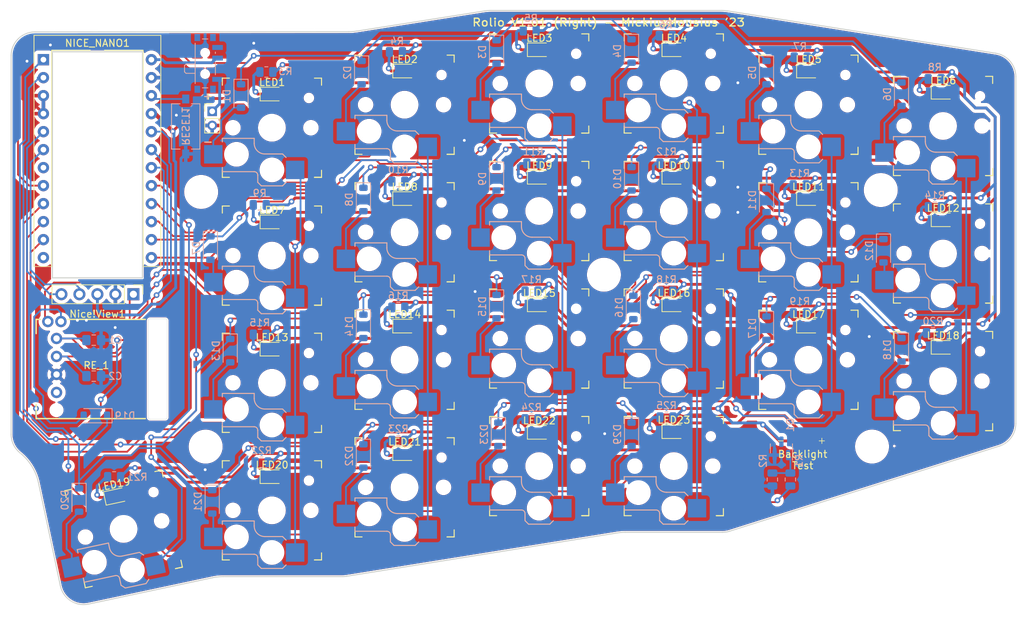
<source format=kicad_pcb>
(kicad_pcb (version 20221018) (generator pcbnew)
  (layers (0 "F.Cu" signal) (31 "B.Cu" signal) (34 "B.Paste" user) (35 "F.Paste" user) (36 "B.SilkS" user "B.Silkscreen") (37 "F.SilkS" user "F.Silkscreen") (38 "B.Mask" user) (39 "F.Mask" user) (44 "Edge.Cuts" user))
  (net 0 "")
  (net 1 "row0")
  (net 2 "Net-(D1-A)")
  (net 3 "Net-(D2-A)")
  (net 4 "Net-(D3-A)")
  (net 5 "Net-(D4-A)")
  (net 6 "Net-(D5-A)")
  (net 7 "Net-(D6-A)")
  (net 8 "row1")
  (net 9 "Net-(D7-A)")
  (net 10 "Net-(D8-A)")
  (net 11 "Net-(D9-A)")
  (net 12 "Net-(D10-A)")
  (net 13 "Net-(D11-A)")
  (net 14 "Net-(D12-A)")
  (net 15 "row2")
  (net 16 "Net-(D13-A)")
  (net 17 "Net-(D14-A)")
  (net 18 "Net-(D15-A)")
  (net 19 "Net-(D16-A)")
  (net 20 "Net-(D17-A)")
  (net 21 "Net-(D18-A)")
  (net 22 "CS")
  (net 23 "GND")
  (net 24 "VCC")
  (net 25 "SCK")
  (net 26 "MOSI")
  (net 27 "ENC_B")
  (net 28 "ENC_A")
  (net 29 "col0")
  (net 30 "col1")
  (net 31 "col2")
  (net 32 "col3")
  (net 33 "col4")
  (net 34 "Net-(LED1-K)")
  (net 35 "RST")
  (net 36 "Net-(D19-A)")
  (net 37 "Net-(D20-A)")
  (net 38 "Net-(D21-A)")
  (net 39 "Net-(D22-A)")
  (net 40 "Net-(D23-A)")
  (net 41 "Net-(LED2-K)")
  (net 42 "col5")
  (net 43 "row3")
  (net 44 "Net-(LED3-K)")
  (net 45 "Net-(LED4-K)")
  (net 46 "Net-(LED5-K)")
  (net 47 "Net-(LED6-K)")
  (net 48 "Net-(LED7-K)")
  (net 49 "Net-(LED8-K)")
  (net 50 "Net-(LED9-K)")
  (net 51 "Net-(LED10-K)")
  (net 52 "Net-(LED11-K)")
  (net 53 "Net-(LED12-K)")
  (net 54 "Net-(LED13-K)")
  (net 55 "Net-(LED14-K)")
  (net 56 "Net-(LED15-K)")
  (net 57 "Net-(LED16-K)")
  (net 58 "Net-(LED17-K)")
  (net 59 "Net-(LED18-K)")
  (net 60 "Net-(LED19-K)")
  (net 61 "Net-(LED20-K)")
  (net 62 "Net-(LED21-K)")
  (net 63 "Net-(Q1-G)")
  (net 64 "BL_GND")
  (net 65 "BL_CTRL")
  (net 66 "Net-(LED22-K)")
  (net 67 "Net-(BATT1-+)")
  (net 68 "VBATT")
  (net 70 "Net-(D29-A)")
  (net 71 "Net-(LED23-K)")
  (footprint "RolioSymbols:Kailh_socket_PG1350" (layer "F.Cu") (at 159.82 46.53)
    (fp_text reference "SW_B0" hide)
    (fp_text value "SW_Push")
  )
  (footprint "RolioSymbols:Kailh_socket_PG1350" (layer "F.Cu") (at 121.82 97.53)
    (fp_text reference "SW_B3" hide)
    (fp_text value "SW_Push")
  )
  (footprint "RolioSymbols:Kailh_socket_PG1350" (layer "F.Cu") (at 140.82 97.53)
    (fp_text reference "SW_B4" hide)
    (fp_text value "SW_Push")
  )
  (footprint "MountingHole:MountingHole_4.3mm_M4" (layer "F.Cu") (at 168.7975 94.778)
    (fp_text reference "H2" hide)
    (fp_text value "MountingHole")
  )
  (footprint "RolioSymbols:Kailh_socket_PG1350" (layer "F.Cu") (at 140.82 61.53)
    (fp_text reference "SW_C1" hide)
    (fp_text value "SW_Push")
  )
  (footprint "LED_SMD:LED_0805_2012Metric" (layer "F.Cu") (at 121.84 38.775)
    (fp_text reference "LED3")
    (fp_text value "LED")
  )
  (footprint "RolioSymbols:Kailh_socket_PG1350" (layer "F.Cu") (at 159.82 64.53)
    (fp_text reference "SW_B1" hide)
    (fp_text value "SW_Push")
  )
  (footprint "LED_SMD:LED_0805_2012Metric" (layer "F.Cu") (at 121.84 74.775)
    (fp_text reference "LED15")
    (fp_text value "LED")
  )
  (footprint "Connector_PinHeader_2.54mm:PinHeader_1x05_P2.54mm_Vertical" (layer "F.Cu") (at 64.5475 73.28 -90)
    (fp_text reference "Nice!View1")
    (fp_text value "~")
  )
  (footprint "LED_SMD:LED_0805_2012Metric" (layer "F.Cu") (at 140.84 38.775)
    (fp_text reference "LED4")
    (fp_text value "LED")
  )
  (footprint "LED_SMD:LED_0805_2012Metric" (layer "F.Cu") (at 84.12 45.025)
    (fp_text reference "LED1")
    (fp_text value "LED")
  )
  (footprint "RolioSymbols:Kailh_socket_PG1350" (layer "F.Cu") (at 84.1 49.78)
    (fp_text reference "SW_F0" hide)
    (fp_text value "SW_Push")
  )
  (footprint "RolioSymbols:EVQWGD001" (layer "F.Cu") (at 59.3225 83.33)
    (fp_text reference "RE_1")
    (fp_text value "RotaryEncoder_Switch")
    (fp_line (start 7.3 -6.3) (end 7.3 7.3) (stroke (width 0.05)) (layer "Edge.Cuts"))
    (fp_line (start 7.6 7.6) (end 9.7 7.6) (stroke (width 0.05)) (layer "Edge.Cuts"))
    (fp_line (start 9.7 -6.6) (end 7.6 -6.6) (stroke (width 0.05)) (layer "Edge.Cuts"))
    (fp_line (start 10 7.3) (end 10 -6.3) (stroke (width 0.05)) (layer "Edge.Cuts"))
    (fp_arc (start 7.3 -6.3) (mid 7.387868 -6.512132) (end 7.6 -6.6) (stroke (width 0.05)) (layer "Edge.Cuts"))
    (fp_arc (start 7.6 7.6) (mid 7.387868 7.512132) (end 7.3 7.3) (stroke (width 0.05)) (layer "Edge.Cuts"))
    (fp_arc (start 9.7 -6.6) (mid 9.912132 -6.512132) (end 10 -6.3) (stroke (width 0.05)) (layer "Edge.Cuts"))
    (fp_arc (start 10 7.3) (mid 9.912132 7.512132) (end 9.7 7.6) (stroke (width 0.05)) (layer "Edge.Cuts"))
  )
  (footprint "LED_SMD:LED_0805_2012Metric" (layer "F.Cu") (at 84.12 81.025)
    (fp_text reference "LED13")
    (fp_text value "LED")
  )
  (footprint "LED_SMD:LED_0805_2012Metric" (layer "F.Cu") (at 140.84 92.675)
    (fp_text reference "LED23")
    (fp_text value "LED")
  )
  (footprint "RolioSymbols:Kailh_socket_PG1350" (layer "F.Cu") (at 178.82 85.53)
    (fp_text reference "SW_A2" hide)
    (fp_text value "SW_Push")
  )
  (footprint "LED_SMD:LED_0805_2012Metric" (layer "F.Cu") (at 140.84 56.775)
    (fp_text reference "LED10")
    (fp_text value "LED")
  )
  (footprint "RolioSymbols:Kailh_socket_PG1350" (layer "F.Cu") (at 121.82 61.53)
    (fp_text reference "SW_D1" hide)
    (fp_text value "SW_Push")
  )
  (footprint "LED_SMD:LED_0805_2012Metric" (layer "F.Cu") (at 159.84 77.775)
    (fp_text reference "LED17")
    (fp_text value "LED")
  )
  (footprint "MountingHole:MountingHole_4.3mm_M4" (layer "F.Cu") (at 74.7475 94.784)
    (fp_text reference "H4" hide)
    (fp_text value "MountingHole")
  )
  (footprint "LED_SMD:LED_0805_2012Metric" (layer "F.Cu") (at 84.12 99.025)
    (fp_text reference "LED20")
    (fp_text value "LED")
  )
  (footprint "RolioSymbols:Kailh_socket_PG1350" (layer "F.Cu") (at 102.82 82.53)
    (fp_text reference "SW_E2" hide)
    (fp_text value "SW_Push")
  )
  (footprint "LED_SMD:LED_0805_2012Metric" (layer "F.Cu") (at 178.84 80.775)
    (fp_text reference "LED18")
    (fp_text value "LED")
  )
  (footprint "RolioSymbols:Kailh_socket_PG1350" (layer "F.Cu") (at 121.82 79.53)
    (fp_text reference "SW_D2" hide)
    (fp_text value "SW_Push")
  )
  (footprint "MountingHole:MountingHole_4.3mm_M4" (layer "F.Cu") (at 74.1095 58.84)
    (fp_text reference "H3" hide)
    (fp_text value "MountingHole")
  )
  (footprint "RolioSymbols:Kailh_socket_PG1350" (layer "F.Cu") (at 102.82 46.53)
    (fp_text reference "SW_E0" hide)
    (fp_text value "SW_Push")
  )
  (footprint "LED_SMD:LED_0805_2012Metric" (layer "F.Cu") (at 102.84 59.775)
    (fp_text reference "LED8")
    (fp_text value "LED")
  )
  (footprint "LED_SMD:LED_0805_2012Metric" (layer "F.Cu") (at 159.84 41.775)
    (fp_text reference "LED5")
    (fp_text value "LED")
  )
  (footprint "MountingHole:MountingHole_4.3mm_M4" (layer "F.Cu") (at 170.0325 58.572)
    (fp_text reference "H1" hide)
    (fp_text value "MountingHole")
  )
  (footprint "RolioSymbols:Nice Nano" (layer "F.Cu") (at 51.8475 40.17)
    (fp_text reference "NICE_NANO1")
    (fp_text value "nice_nano")
  )
  (footprint "LED_SMD:LED_0805_2012Metric" (layer "F.Cu") (at 102.84 95.775)
    (fp_text reference "LED21")
    (fp_text value "LED")
  )
  (footprint "RolioSymbols:Kailh_socket_PG1350" (layer "F.Cu") (at 178.82 67.53)
    (fp_text reference "SW_A1" hide)
    (fp_text value "SW_Push")
  )
  (footprint "RolioSymbols:Kailh_socket_PG1350" (layer "F.Cu") (at 178.82 49.53)
    (fp_text reference "SW_A0" hide)
    (fp_text value "SW_Push")
  )
  (footprint "MountingHole:MountingHole_4.3mm_M4" (layer "F.Cu") (at 130.962 70.526)
    (fp_text reference "H5" hide)
    (fp_text value "MountingHole")
  )
  (footprint "LED_SMD:LED_0805_2012Metric" (layer "F.Cu") (at 159.84 59.775)
    (fp_text reference "LED11")
    (fp_text value "LED")
  )
  (footprint "RolioSymbols:Kailh_socket_PG1350" (layer "F.Cu") (at 84.1 85.78)
    (fp_text reference "SW_F2" hide)
    (fp_text value "SW_Push")
  )
  (footprint "RolioSymbols:Kailh_socket_PG1350" (layer "F.Cu") (at 121.82 43.53)
    (fp_text reference "SW_D0" hide)
    (fp_text value "SW_Push")
  )
  (footprint "RolioSymbols:Kailh_socket_PG1350" (layer "F.Cu") (at 63.16038 106.404475 12)
    (fp_text reference "SW_E3" hide)
    (fp_text value "SW_Push")
  )
  (footprint "LED_SMD:LED_0805_2012Metric" (layer "F.Cu") (at 84.12 63.07)
    (fp_text reference "LED7")
    (fp_text value "LED")
  )
  (footprint "RolioSymbols:Kailh_socket_PG1350" (layer "F.Cu") (at 84.1 67.825)
    (fp_text reference "SW_F1" hide)
    (fp_text value "SW_Push")
  )
  (footprint "RolioSymbols:Kailh_socket_PG1350" (layer "F.Cu") (at 140.82 79.53)
    (fp_text reference "SW_C2" hide)
    (fp_text value "SW_Push")
  )
  (footprint "Connector_PinHeader_2.00mm:PinHeader_1x02_P2.00mm_Vertical" (layer "F.Cu") (at 75.6735 47.46)
    (fp_text reference "BATT1" hide)
    (fp_text value "Battery_Cell")
  )
  (footprint "LED_SMD:LED_0805_2012Metric" (layer "F.Cu") (at 121.84 56.775)
    (fp_text reference "LED9")
    (fp_text value "LED")
  )
  (footprint "LED_SMD:LED_0805_2012Metric" (layer "F.Cu") (at 102.84 77.775)
    (fp_text reference "LED14")
    (fp_text value "LED")
  )
  (footprint "RolioSymbols:Kailh_socket_PG1350" (layer "F.Cu") (at 102.82 64.53)
    (fp_text reference "SW_E1" hide)
    (fp_text value "SW_Push")
  )
  (footprint "LED_SMD:LED_0805_2012Metric" (layer "F.Cu") (at 102.84 41.775)
    (fp_text reference "LED2")
    (fp_text value "LED")
  )
  (footprint "RolioSymbols:Kailh_socket_PG1350" (layer "F.Cu") (at 140.82 43.53)
    (fp_text reference "SW_C0" hide)
    (fp_text value "SW_Push")
  )
  (footprint "LED_SMD:LED_0805_2012Metric" (layer "F.Cu") (at 140.84 74.775)
    (fp_text reference "LED16")
    (fp_text value "LED")
  )
  (footprint "LED_SMD:LED_0805_2012Metric" (layer "F.Cu") (at 121.84 92.775)
    (fp_text reference "LED22")
    (fp_text value "LED")
  )
  (footprint "RolioSymbols:Kailh_socket_PG1350" (layer "F.Cu") (at 102.82 100.53)
    (fp_text reference "SW_C3" hide)
    (fp_text value "SW_Push")
  )
  (footprint "RolioSymbols:Kailh_socket_PG1350" (layer "F.Cu") (at 159.82 82.53)
    (fp_text reference "SW_B2" hide)
    (fp_text value "SW_Push")
  )
  (footprint "RolioSymbols:Kailh_socket_PG1350" (layer "F.Cu") (at 84.1 103.78)
    (fp_text reference "SW_D3" hide)
    (fp_text value "SW_Push")
  )
  (footprint "RolioSymbols:Test Pads" (layer "F.Cu") (at 158.82 93.98)
    (fp_text reference "TP1" hide)
    (fp_text value "TestPoint_2Pole")
  )
  (footprint "LED_SMD:LED_0805_2012Metric" (layer "F.Cu") (at 178.84 44.775)
    (fp_text reference "LED6")
    (fp_text value "LED")
  )
  (footprint "LED_SMD:LED_0805_2012Metric" (layer "F.Cu") (at 62.158544 101.756192 12)
    (fp_text reference "LED19")
    (fp_text value "LED")
  )
  (footprint "LED_SMD:LED_0805_2012Metric" (layer "F.Cu") (at 178.84 62.775)
    (fp_text reference "LED12")
    (fp_text value "LED")
  )
  (footprint "Resistor_SMD:R_0805_2012Metric" (layer "B.Cu") (at 177.631 42.888 180)
    (fp_text reference "R8")
    (fp_text value "680")
  )
  (footprint "Diode_SMD:D_SOD-123" (layer "B.Cu") (at 153.9055 78.066 -90)
    (fp_text reference "D17")
    (fp_text value "1N4148W")
  )
  (footprint "Capacitor_SMD:C_0805_2012Metric_Pad1.18x1.45mm_HandSolder" (layer "B.Cu") (at 58.9495 84.836 180)
    (fp_text reference "C2")
    (fp_text value "100nF")
  )
  (footprint "Diode_SMD:D_SOD-123" (layer "B.Cu") (at 134.8555 56.984 -90)
    (fp_text reference "D10")
    (fp_text value "1N4148W")
  )
  (footprint "Diode_SMD:D_SOD-123" (layer "B.Cu") (at 78.2135 81.242 -90)
    (fp_text reference "D13")
    (fp_text value "1N4148W" hide)
  )
  (footprint "Resistor_SMD:R_0805_2012Metric" (layer "B.Cu") (at 139.785 54.826 180)
    (fp_text reference "R12")
    (fp_text value "680")
  )
  (footprint "Diode_SMD:D_SOD-123" (layer "B.Cu") (at 79.7375 45.3 -90)
    (fp_text reference "D1")
    (fp_text value "1N4148W" hide)
  )
  (footprint "Resistor_SMD:R_0805_2012Metric" (layer "B.Cu") (at 101.939 57.366 180)
    (fp_text reference "R10")
    (fp_text value "680")
  )
  (footprint "Diode_SMD:D_SOD-123" (layer "B.Cu") (at 170.4155 67.146 -90)
    (fp_text reference "D12")
    (fp_text value "1N4148W")
  )
  (footprint "Diode_SMD:D_SOD-123" (layer "B.Cu") (at 97.0095 77.8125 -90)
    (fp_text reference "D14")
    (fp_text value "1N4148W")
  )
  (footprint "Resistor_SMD:R_0805_2012Metric" (layer "B.Cu") (at 154.7335 99.4265 90)
    (fp_text reference "R2")
    (fp_text value "10k")
  )
  (footprint "Resistor_SMD:R_0805_2012Metric" (layer "B.Cu") (at 61.8255 99.06 180)
    (fp_text reference "R21")
    (fp_text value "680")
  )
  (footprint "Diode_SMD:D_SOD-123" (layer "B.Cu") (at 115.8055 75.018 -90)
    (fp_text reference "D15")
    (fp_text value "1N4148W")
  )
  (footprint "Resistor_SMD:R_0805_2012Metric" (layer "B.Cu") (at 139.785 72.86 180)
    (fp_text reference "R18")
    (fp_text value "680")
  )
  (footprint "Resistor_SMD:R_0805_2012Metric" (layer "B.Cu") (at 158.5995 75.946 180)
    (fp_text reference "R19")
    (fp_text value "680")
  )
  (footprint "Resistor_SMD:R_0805_2012Metric" (layer "B.Cu") (at 177.6495 60.96 180)
    (fp_text reference "R14")
    (fp_text value "680")
  )
  (footprint "Diode_SMD:D_SOD-123" (layer "B.Cu") (at 115.8055 39.078 -90)
    (fp_text reference "D3")
    (fp_text value "1N4148W")
  )
  (footprint "Resistor_SMD:R_0805_2012Metric" (layer "B.Cu") (at 120.735 90.894 180)
    (fp_text reference "R24")
    (fp_text value "680")
  )
  (footprint "Resistor_SMD:R_0805_2012Metric" (layer "B.Cu") (at 157.2735 99.4265 90)
    (fp_text reference "R1")
    (fp_text value "470")
  )
  (footprint "Diode_SMD:D_SOD-123" (layer "B.Cu") (at 97.0095 96.104 -90)
    (fp_text reference "D22")
    (fp_text value "1N4148W")
  )
  (footprint "Diode_SMD:D_SOD-123" (layer "B.Cu") (at 116.0595 93.052 -90)
    (fp_text reference "D23")
    (fp_text value "1N4148W")
  )
  (footprint "Diode_SMD:D_SOD-123" (layer "B.Cu") (at 153.9055 60.032 -90)
    (fp_text reference "D11")
    (fp_text value "1N4148W")
  )
  (footprint "Diode_SMD:D_SOD-123" (layer "B.Cu") (at 75.4195 66.764 -90)
    (fp_text reference "D7")
    (fp_text value "1N4148W" hide)
  )
  (footprint "Button_Switch_SMD:SW_SPDT_PCM12" (layer "B.Cu") (at 74.9965 40.698 90)
    (fp_text reference "SW4" hide)
    (fp_text value "SW_DIP_x01")
  )
  (footprint "Resistor_SMD:R_0805_2012Metric" (layer "B.Cu") (at 177.3955 78.74 180)
    (fp_text reference "R20")
    (fp_text value "680")
  )
  (footprint "Diode_SMD:D_SOD-123" (layer "B.Cu") (at 56.8775 102.324 -90)
    (fp_text reference "D20")
    (fp_text value "1N4148W")
  )
  (footprint "Resistor_SMD:R_0805_2012Metric" (layer "B.Cu") (at 139.6815 36.792 180)
    (fp_text reference "R6")
    (fp_text value "680")
  )
  (footprint "Diode_SMD:D_SOD-123" (layer "B.Cu") (at 134.8555 93.052 -90)
    (fp_text reference "D29")
    (fp_text value "1N4148W")
  )
  (footprint "Diode_SMD:D_SOD-123" (layer "B.Cu") (at 134.8555 38.95 -90)
    (fp_text reference "D4")
    (fp_text value "1N4148W")
  )
  (footprint "Resistor_SMD:R_0805_2012Metric" (layer "B.Cu") (at 101.6 39.078 180)
    (fp_text reference "R4")
    (fp_text value "680")
  )
  (footprint "Capacitor_SMD:C_0805_2012Metric_Pad1.18x1.45mm_HandSolder" (layer "B.Cu") (at 58.9505 79.756)
    (fp_text reference "C1")
    (fp_text value "100nF")
  )
  (footprint "Button_Switch_SMD:SW_Tactile_SPST_NO_Straight_CK_PTS636Sx25SMTRLFS" (layer "B.Cu") (at 71.9315 49.597 90)
    (fp_text reference "RESET1")
    (fp_text value "Reset")
  )
  (footprint "Diode_SMD:D_SOD-123" (layer "B.Cu") (at 96.7555 41.998 -90)
    (fp_text reference "D2")
    (fp_text value "1N4148W")
  )
  (footprint "Diode_SMD:D_SOD-123" (layer "B.Cu") (at 97.0095 59.906 -90)
    (fp_text reference "D8")
    (fp_text value "1N4148W")
  )
  (footprint "Resistor_SMD:R_0805_2012Metric" (layer "B.Cu") (at 120.989 54.826 180)
    (fp_text reference "R11")
    (fp_text value "680")
  )
  (footprint "Diode_SMD:D_SOD-123" (layer "B.Cu") (at 172.9555 81.114 -90)
    (fp_text reference "D18")
    (fp_text value "1N4148W")
  )
  (footprint "Resistor_SMD:R_0805_2012Metric" (layer "B.Cu") (at 82.381 78.956 180)
    (fp_text reference "R15")
    (fp_text value "680")
  )
  (footprint "Resistor_SMD:R_0805_2012Metric" (layer "B.Cu") (at 82.635 96.99 180)
    (fp_text reference "R22")
    (fp_text value "680")
  )
  (footprint "Diode_SMD:D_SOD-123" (layer "B.Cu") (at 153.9055 41.998 -90)
    (fp_text reference "D5")
    (fp_text value "1N4148W")
  )
  (footprint "Resistor_SMD:R_0805_2012Metric" (layer "B.Cu") (at 158.7315 39.84 180)
    (fp_text reference "R7")
    (fp_text value "680")
  )
  (footprint "Diode_SMD:D_SOD-123" (layer "B.Cu") (at 172.9555 45.046 -90)
    (fp_text reference "D6")
    (fp_text value "1N4148W")
  )
  (footprint "Diode_SMD:D_SOD-123" (layer "B.Cu") (at 115.8055 56.984 -90)
    (fp_text reference "D9")
    (fp_text value "1N4148W")
  )
  (footprint "Resistor_SMD:R_0805_2012Metric" (layer "B.Cu") (at 139.785 90.64 180)
    (fp_text reference "R25")
    (fp_text value "680")
  )
  (footprint "Diode_SMD:D_SOD-123" (layer "B.Cu") (at 59.182 90.424 180)
    (fp_text reference "D19")
    (fp_text value "1N4148W")
  )
  (footprint "Package_TO_SOT_SMD:SOT-23" (layer "B.Cu") (at 156.0035 95.0365 90)
    (fp_text reference "Q1")
    (fp_text value "AO3400A")
  )
  (footprint "Resistor_SMD:R_0805_2012Metric" (layer "B.Cu") (at 101.939 93.942 180)
    (fp_text reference "R23")
    (fp_text value "680")
  )
  (footprint "Diode_SMD:D_SOD-123" (layer "B.Cu") (at 75.6735 102.578 -90)
    (fp_text reference "D21")
    (fp_text value "1N4148W")
  )
  (footprint "Resistor_SMD:R_0805_2012Metric" (layer "B.Cu") (at 120.481 36.068 180)
    (fp_text reference "R5")
    (fp_text value "680")
  )
  (footprint "Diode_SMD:D_SOD-123" (layer "B.Cu") (at 135.1095 75.146 -90)
    (fp_text reference "D16")
    (fp_text value "1N4148W")
  )
  (footprint "Resistor_SMD:R_0805_2012Metric" (layer "B.Cu") (at 120.735 72.86 180)
    (fp_text reference "R17")
    (fp_text value "680")
  )
  (footprint "Resistor_SMD:R_0805_2012Metric" (layer "B.Cu") (at 101.939 75.146 180)
    (fp_text reference "R16")
    (fp_text value "680")
  )
  (footprint "Resistor_SMD:R_0805_2012Metric" (layer "B.Cu") (at 82.381 60.668 180)
    (fp_text reference "R9")
    (fp_text value "680")
  )
  (footprint "Resistor_SMD:R_0805_2012Metric" (layer "B.Cu") (at 83.312 41.91 180)
    (fp_text reference "R3")
    (fp_text value "680")
  )
  (footprint "Resistor_SMD:R_0805_2012Metric" (layer "B.Cu") (at 158.581 57.874 180)
    (fp_text reference "R13")
    (fp_text value "680")
  )
  (gr_arc (start 48.553375 95.670126) (mid 47.627746 94.50571) (end 47.2975 93.055334) (stroke (width 0.15)) (layer "Edge.Cuts"))
  (gr_line (start 114.958841 33.22659) (end 147.566758 33.22659) (stroke (width 0.15)) (layer "Edge.Cuts"))
  (gr_line (start 171.9395 94.704) (end 171.9395 94.704) (stroke (width 0.1)) (layer "Edge.Cuts"))
  (gr_line (start 189.087799 91.520484) (end 189.087799 42.576621) (stroke (width 0.15)) (layer "Edge.Cuts"))
  (gr_line (start 114.12474 33.292011) (end 96.097639 36.137348) (stroke (width 0.15)) (layer "Edge.Cuts"))
  (gr_line (start 94.957343 36.227223) (end 50.64494 36.261093) (stroke (width 0.15)) (layer "Edge.Cuts"))
  (gr_arc (start 48.553375 95.670126) (mid 50.215301 97.54978) (end 51.148186 99.878907) (stroke (width 0.15)) (layer "Edge.Cuts"))
  (gr_line (start 53.1225 39.055) (end 65.8225 39.055) (stroke (width 0.15)) (layer "Edge.Cuts"))
  (gr_line (start 77.235539 113.12659) (end 94.088353 113.12659) (stroke (width 0.15)) (layer "Edge.Cuts"))
  (gr_line (start 54.240132 114.42537) (end 51.148186 99.878907) (stroke (width 0.15)) (layer "Edge.Cuts"))
  (gr_line (start 53.1225 70.965) (end 53.1225 39.055) (stroke (width 0.15)) (layer "Edge.Cuts"))
  (gr_arc (start 94.618092 113.08444) (mid 94.354059 113.116033) (end 94.088353 113.12659) (stroke (width 0.15)) (layer "Edge.Cuts"))
  (gr_arc (start 148.695756 106.721326) (mid 148.197675 106.837547) (end 147.687707 106.87659) (stroke (width 0.15)) (layer "Edge.Cuts"))
  (gr_line (start 75.707388 113.287205) (end 58.213431 117.00566) (stroke (width 0.15)) (layer "Edge.Cuts"))
  (gr_arc (start 147.566758 33.22659) (mid 147.985089 33.242968) (end 148.400858 33.292011) (stroke (width 0.15)) (layer "Edge.Cuts"))
  (gr_line (start 132.804321 106.969066) (end 94.618092 113.08444) (stroke (width 0.15)) (layer "Edge.Cuts"))
  (gr_line (start 148.695756 106.721326) (end 186.745848 94.71522) (stroke (width 0.15)) (layer "Edge.Cuts"))
  (gr_line (start 186.260086 39.267585) (end 148.400858 33.292011) (stroke (width 0.15)) (layer "Edge.Cuts"))
  (gr_line (start 65.8225 39.055) (end 65.8225 70.965) (stroke (width 0.15)) (layer "Edge.Cuts"))
  (gr_arc (start 47.2975 39.611092) (mid 48.277803 37.243219) (end 50.64494 36.261093) (stroke (width 0.15)) (layer "Edge.Cuts"))
  (gr_line (start 47.2975 93.055334) (end 47.2975 39.611092) (stroke (width 0.15)) (layer "Edge.Cuts"))
  (gr_arc (start 186.260086 39.267585) (mid 188.28458 40.400289) (end 189.087799 42.576621) (stroke (width 0.15)) (layer "Edge.Cuts"))
  (gr_line (start 53.1225 70.965) (end 65.8225 70.965) (stroke (width 0.15)) (layer "Edge.Cuts"))
  (gr_arc (start 132.804321 106.969066) (mid 133.383616 106.899744) (end 133.966585 106.87659) (stroke (width 0.15)) (layer "Edge.Cuts"))
  (gr_line (start 133.966585 106.87659) (end 147.687707 106.87659) (stroke (width 0.15)) (layer "Edge.Cuts"))
  (gr_arc (start 58.213431 117.00566) (mid 55.69236 116.538429) (end 54.240132 114.42537) (stroke (width 0.15)) (layer "Edge.Cuts"))
  (gr_arc (start 75.707388 113.287205) (mid 76.467255 113.166859) (end 77.235539 113.12659) (stroke (width 0.15)) (layer "Edge.Cuts"))
  (gr_arc (start 189.087799 91.520484) (mid 188.439621 93.501107) (end 186.745848 94.71522) (stroke (width 0.15)) (layer "Edge.Cuts"))
  (gr_arc (start 114.12474 33.292011) (mid 114.54051 33.242973) (end 114.958841 33.22659) (stroke (width 0.15)) (layer "Edge.Cuts"))
  (gr_arc (start 96.097639 36.137348) (mid 95.529242 36.204498) (end 94.957343 36.227223) (stroke (width 0.15)) (layer "Edge.Cuts"))
  (gr_text "+\n\n\n\n-" (at 75.692 52.324) (layer "B.SilkS") (effects (font (size 1 1)) (justify left bottom mirror)))
  (gr_text "Backlight\nTest" (at 159.004 98.044) (layer "F.SilkS") (effects (font (size 1 1)) (justify bottom)))
  (gr_text "+\n\n\n\n-" (at 74.422 52.324) (layer "F.SilkS") (effects (font (size 1 1)) (justify left bottom)))
  (gr_text "Rolio V1.01 (Right) - MickiusMousius '23" (at 112.268 35.56) (layer "F.SilkS") (effects (font (size 1.1 1.2) (thickness 0.1875)) (justify left bottom)))
  (segment (start 80.518 40.64) (end 81.534 39.624) (width 0.25) (layer "F.Cu") (net 1))
  (segment (start 50.8 37.084) (end 69.088 37.084) (width 0.25) (layer "F.Cu") (net 1))
  (segment (start 48.26 39.624) (end 50.8 37.084) (width 0.25) (layer "F.Cu") (net 1))
  (segment (start 48.26 56.388) (end 48.26 39.624) (width 0.25) (layer "F.Cu") (net 1))
  (segment (start 51.8475 57.95) (end 49.822 57.95) (width 0.25) (layer "F.Cu") (net 1))
  (segment (start 72.644 40.64) (end 80.518 40.64) (width 0.25) (layer "F.Cu") (net 1))
  (segment (start 69.088 37.084) (end 72.644 40.64) (width 0.25) (layer "F.Cu") (net 1))
  (segment (start 49.822 57.95) (end 48.26 56.388) (width 0.25) (layer "F.Cu") (net 1))
  (via (at 81.534 39.624) (size 0.8) (drill 0.4) (layers "F.Cu" "B.Cu") (net 1))
  (segment (start 96.7555 39.6425) (end 99.568 36.83) (width 0.25) (layer "B.Cu") (net 1))
  (segment (start 171.92 43.396) (end 172.9555 43.396) (width 0.25) (layer "B.Cu") (net 1))
  (segment (start 79.7375 41.4205) (end 81.534 39.624) (width 0.25) (layer "B.Cu") (net 1))
  (segment (start 166.10625 37.58225) (end 171.92 43.396) (width 0.25) (layer "B.Cu") (net 1))
  (segment (start 99.568 36.83) (end 115.2075 36.83) (width 0.25) (layer "B.Cu") (net 1))
  (segment (start 147.9885 34.431) (end 151.13975 37.58225) (width 0.25) (layer "B.Cu") (net 1))
  (segment (start 131.826 34.431) (end 147.9885 34.431) (width 0.25) (layer "B.Cu") (net 1))
  (segment (start 118.8025 34.431) (end 115.8055 37.428) (width 0.25) (layer "B.Cu") (net 1))
  (segment (start 151.13975 37.58225) (end 166.10625 37.58225) (width 0.25) (layer "B.Cu") (net 1))
  (segment (start 96.7555 40.348) (end 96.7555 39.6425) (width 0.25) (layer "B.Cu") (net 1))
  (segment (start 81.534 39.624) (end 96.0315 39.624) (width 0.25) (layer "B.Cu") (net 1))
  (segment (start 131.826 34.431) (end 118.8025 34.431) (width 0.25) (layer "B.Cu") (net 1))
  (segment (start 79.7375 43.65) (end 79.7375 41.4205) (width 0.25) (layer "B.Cu") (net 1))
  (segment (start 134.8555 37.3) (end 131.9865 34.431) (width 0.25) (layer "B.Cu") (net 1))
  (segment (start 96.0315 39.624) (end 96.7555 40.348) (width 0.25) (layer "B.Cu") (net 1))
  (segment (start 151.13975 37.58225) (end 153.9055 40.348) (width 0.25) (layer "B.Cu") (net 1))
  (segment (start 115.2075 36.83) (end 115.8055 37.428) (width 0.25) (layer "B.Cu") (net 1))
  (segment (start 131.9865 34.431) (end 131.826 34.431) (width 0.25) (layer "B.Cu") (net 1))
  (segment (start 76.9435 50.508) (end 76.9435 48.73) (width 0.25) (layer "B.Cu") (net 2))
  (segment (start 75.825 53.53) (end 75.825 51.6265) (width 0.25) (layer "B.Cu") (net 2))
  (segment (start 76.9435 48.73) (end 78.7235 46.95) (width 0.25) (layer "B.Cu") (net 2))
  (segment (start 78.7235 46.95) (end 79.7375 46.95) (width 0.25) (layer "B.Cu") (net 2))
  (segment (start 75.825 51.6265) (end 76.9435 50.508) (width 0.25) (layer "B.Cu") (net 2))
  (segment (start 94.545 45.8585) (end 96.7555 43.648) (width 0.25) (layer "B.Cu") (net 3))
  (segment (start 94.545 50.28) (end 94.545 45.8585) (width 0.25) (layer "B.Cu") (net 3))
  (segment (start 113.545 47.28) (end 113.545 42.9885) (width 0.25) (layer "B.Cu") (net 4))
  (segment (start 113.545 42.9885) (end 115.8055 40.728) (width 0.25) (layer "B.Cu") (net 4))
  (segment (start 132.545 42.9105) (end 134.8555 40.6) (width 0.25) (layer "B.Cu") (net 5))
  (segment (start 132.545 47.28) (end 132.545 42.9105) (width 0.25) (layer "B.Cu") (net 5))
  (segment (start 151.545 46.0085) (end 153.9055 43.648) (width 0.25) (layer "B.Cu") (net 6))
  (segment (start 151.545 50.28) (end 151.545 46.0085) (width 0.25) (layer "B.Cu") (net 6))
  (segment (start 170.545 53.28) (end 170.545 49.1065) (width 0.25) (layer "B.Cu") (net 7))
  (segment (start 170.545 49.1065) (end 172.9555 46.696) (width 0.25) (layer "B.Cu") (net 7))
  (segment (start 73.406 89.662) (end 73.406 81.788) (width 0.25) (layer "F.Cu") (net 8))
  (segment (start 158.242 67.31) (end 165.862 67.31) (width 0.25) (layer "F.Cu") (net 8))
  (segment (start 86.781 59.015) (end 94.401 59.015) (width 0.25) (layer "F.Cu") (net 8))
  (segment (start 85.598 60.198) (end 86.781 59.015) (width 0.25) (layer "F.Cu") (net 8))
  (segment (start 51.8475 60.49) (end 49.038 63.2995) (width 0.25) (layer "F.Cu") (net 8))
  (segment (start 81.788 60.198) (end 85.598 60.198) (width 0.25) (layer "F.Cu") (net 8))
  (segment (start 79.502 62.484) (end 81.788 60.198) (width 0.25) (layer "F.Cu") (net 8))
  (segment (start 70.739 92.329) (end 73.406 89.662) (width 0.25) (layer "F.Cu") (net 8))
  (segment (start 98.044 55.372) (end 114.554 55.372) (width 0.25) (layer "F.Cu") (net 8))
  (segment (start 117.348 52.578) (end 136.144 52.578) (width 0.25) (layer "F.Cu") (net 8))
  (segment (start 49.038 63.2995) (end 49.038 91.428553) (width 0.25) (layer "F.Cu") (net 8))
  (segment (start 49.038 91.428553) (end 53.113447 95.504) (width 0.25) (layer "F.Cu") (net 8))
  (segment (start 66.842008 92.329) (end 70.739 92.329) (width 0.25) (layer "F.Cu") (net 8))
  (segment (start 117.094 52.832) (end 117.348 52.578) (width 0.25) (layer "F.Cu") (net 8))
  (segment (start 94.401 59.015) (end 98.044 55.372) (width 0.25) (layer "F.Cu") (net 8))
  (segment (start 147.32 52.578) (end 150.368 55.626) (width 0.25) (layer "F.Cu") (net 8))
  (segment (start 114.554 55.372) (end 117.094 52.832) (width 0.25) (layer "F.Cu") (net 8))
  (segment (start 150.368 55.626) (end 154.432 55.626) (width 0.25) (layer "F.Cu") (net 8))
  (segment (start 136.144 52.578) (end 147.32 52.578) (width 0.25) (layer "F.Cu") (net 8))
  (segment (start 63.667008 95.504) (end 66.842008 92.329) (width 0.25) (layer "F.Cu") (net 8))
  (segment (start 156.464 62.738) (end 156.464 65.532) (width 0.25) (layer "F.Cu") (net 8))
  (segment (start 156.464 65.532) (end 158.242 67.31) (width 0.25) (layer "F.Cu") (net 8))
  (segment (start 53.113447 95.504) (end 63.667008 95.504) (width 0.25) (layer "F.Cu") (net 8))
  (via (at 98.044 55.372) (size 0.8) (drill 0.4) (layers "F.Cu" "B.Cu") (net 8))
  (via (at 136.144 52.578) (size 0.8) (drill 0.4) (layers "F.Cu" "B.Cu") (net 8))
  (via (at 154.432 55.626) (size 0.8) (drill 0.4) (layers "F.Cu" "B.Cu") (net 8))
  (via (at 79.502 62.484) (size 0.8) (drill 0.4) (layers "F.Cu" "B.Cu") (net 8))
  (via (at 165.862 67.31) (size 0.8) (drill 0.4) (layers "F.Cu" "B.Cu") (net 8))
  (via (at 117.094 52.832) (size 0.8) (drill 0.4) (layers "F.Cu" "B.Cu") (net 8))
  (via (at 73.406 81.788) (size 0.8) (drill 0.4) (layers "F.Cu" "B.Cu") (net 8))
  (via (at 156.464 62.738) (size 0.8) (drill 0.4) (layers "F.Cu" "B.Cu") (net 8))
  (segment (start 134.8555 53.8665) (end 136.144 52.578) (width 0.25) (layer "B.Cu") (net 8))
  (segment (start 97.0095 56.4065) (end 98.044 55.372) (width 0.25) (layer "B.Cu") (net 8))
  (segment (start 73.406 81.788) (end 73.406 67.1275) (width 0.25) (layer "B.Cu") (net 8))
  (segment (start 115.8055 55.334) (end 115.8055 54.1205) (width 0.25) (layer "B.Cu") (net 8))
  (segment (start 79.502 62.484) (end 79.502 62.738) (width 0.25) (layer "B.Cu") (net 8))
  (segment (start 73.406 67.1275) (end 75.4195 65.114) (width 0.25) (layer "B.Cu") (net 8))
  (segment (start 153.9055 58.382) (end 155.702 60.1785) (width 0.25) (layer "B.Cu") (net 8))
  (segment (start 97.0095 58.256) (end 97.0095 56.4065) (width 0.25) (layer "B.Cu") (net 8))
  (segment (start 153.924 58.3635) (end 153.924 56.134) (width 0.25) (layer "B.Cu") (net 8))
  (segment (start 155.702 60.1785) (end 155.702 62.23) (width 0.25) (layer "B.Cu") (net 8))
  (segment (start 115.8055 54.1205) (end 117.094 52.832) (width 0.25) (layer "B.Cu") (net 8))
  (segment (start 79.502 62.738) (end 77.126 65.114) (width 0.25) (layer "B.Cu") (net 8))
  (segment (start 167.676 65.496) (end 165.862 67.31) (width 0.25) (layer "B.Cu") (net 8))
  (segment (start 170.4155 65.496) (end 167.676 65.496) (width 0.25) (layer "B.Cu") (net 8))
  (segment (start 155.702 62.23) (end 156.464 62.738) (width 0.25) (layer "B.Cu") (net 8))
  (segment (start 153.924 56.134) (end 154.432 55.626) (width 0.25) (layer "B.Cu") (net 8))
  (segment (start 77.126 65.114) (end 75.4195 65.114) (width 0.25) (layer "B.Cu") (net 8))
  (segment (start 134.8555 55.334) (end 134.8555 53.8665) (width 0.25) (layer "B.Cu") (net 8))
  (segment (start 75.825 68.8195) (end 75.4195 68.414) (width 0.25) (layer "B.Cu") (net 9))
  (segment (start 75.825 71.575) (end 75.825 68.8195) (width 0.25) (layer "B.Cu") (net 9))
  (segment (start 94.545 68.28) (end 94.545 64.0205) (width 0.25) (layer "B.Cu") (net 10))
  (segment (start 94.545 64.0205) (end 97.0095 61.556) (width 0.25) (layer "B.Cu") (net 10))
  (segment (start 113.545 65.28) (end 113.545 60.8945) (width 0.25) (layer "B.Cu") (net 11))
  (segment (start 113.545 60.8945) (end 115.8055 58.634) (width 0.25) (layer "B.Cu") (net 11))
  (segment (start 132.545 65.28) (end 132.545 60.9445) (width 0.25) (layer "B.Cu") (net 12))
  (segment (start 132.545 60.9445) (end 134.8555 58.634) (width 0.25) (layer "B.Cu") (net 12))
  (segment (start 151.545 64.0425) (end 153.9055 61.682) (width 0.25) (layer "B.Cu") (net 13))
  (segment (start 151.545 68.28) (end 151.545 64.0425) (width 0.25) (layer "B.Cu") (net 13))
  (segment (start 170.545 71.28) (end 170.545 68.9255) (width 0.25) (layer "B.Cu") (net 14))
  (segment (start 49.538 65.3395) (end 51.8475 63.03) (width 0.25) (layer "F.Cu") (net 15))
  (segment (start 129.032 74.93) (end 127.762 73.66) (width 0.25) (layer "F.Cu") (net 15))
  (segment (start 115.965 71.007) (end 115.824 70.866) (width 0.25) (layer "F.Cu") (net 15))
  (segment (start 122.033 71.007) (end 115.965 71.007) (width 0.25) (layer "F.Cu") (net 15))
  (segment (start 133.604 74.93) (end 129.032 74.93) (width 0.25) (layer "F.Cu") (net 15))
  (segment (start 52.804553 94.488) (end 49.538 91.221447) (width 0.25) (layer "F.Cu") (net 15))
  (segment (start 97.028 73.406) (end 109.728 73.406) (width 0.25) (layer "F.Cu") (net 15))
  (segment (start 62.738 94.488) (end 52.804553 94.488) (width 0.25) (layer "F.Cu") (net 15))
  (segment (start 78.486 76.708) (end 93.726 76.708) (width 0.25) (layer "F.Cu") (net 15))
  (segment (start 136.906 71.628) (end 133.604 74.93) (width 0.25) (layer "F.Cu") (net 15))
  (segment (start 166.624 73.66) (end 154.686 73.66) (width 0.25) (layer "F.Cu") (net 15))
  (segment (start 78.232 76.962) (end 78.486 76.708) (width 0.25) (layer "F.Cu") (net 15))
  (segment (start 122.428 70.612) (end 122.033 71.007) (width 0.25) (layer "F.Cu") (net 15))
  (segment (start 49.538 91.221447) (end 49.538 65.3395) (width 0.25) (layer "F.Cu") (net 15))
  (segment (start 136.906 70.866) (end 136.906 71.628) (width 0.25) (layer "F.Cu") (net 15))
  (segment (start 136.906 70.866) (end 137.16 70.612) (width 0.25) (layer "F.Cu") (net 15))
  (segment (start 126.746 73.66) (end 123.698 70.612) (width 0.25) (layer "F.Cu") (net 15))
  (segment (start 137.16 70.612) (end 147.828 70.612) (width 0.25) (layer "F.Cu") (net 15))
  (segment (start 93.726 76.708) (end 97.028 73.406) (width 0.25) (layer "F.Cu") (net 15))
  (segment (start 123.698 70.612) (end 122.428 70.612) (width 0.25) (layer "F.Cu") (net 15))
  (segment (start 147.828 70.612) (end 151.13 73.914) (width 0.25) (layer "F.Cu") (net 15))
  (segment (start 127.762 73.66) (end 126.746 73.66) (width 0.25) (layer "F.Cu") (net 15))
  (segment (start 112.268 70.866) (end 115.824 70.866) (width 0.25) (layer "F.Cu") (net 15))
  (segment (start 151.13 73.914) (end 154.432 73.914) (width 0.25) (layer "F.Cu") (net 15))
  (segment (start 154.686 73.66) (end 154.432 73.914) (width 0.25) (layer "F.Cu") (net 15))
  (segment (start 109.728 73.406) (end 112.268 70.866) (width 0.25) (layer "F.Cu") (net 15))
  (via (at 115.824 70.866) (size 0.8) (drill 0.4) (layers "F.Cu" "B.Cu") (net 15))
  (via (at 154.432 73.914) (size 0.8) (drill 0.4) (layers "F.Cu" "B.Cu") (net 15))
  (via (at 62.738 94.488) (size 0.8) (drill 0.4) (layers "F.Cu" "B.Cu") (net 15))
  (via (at 166.624 73.66) (size 0.8) (drill 0.4) (layers "F.Cu" "B.Cu") (net 15))
  (via (at 97.028 73.406) (size 0.8) (drill 0.4) (layers "F.Cu" "B.Cu") (net 15))
  (via (at 78.232 76.962) (size 0.8) (drill 0.4) (layers "F.Cu" "B.Cu") (net 15))
  (via (at 136.906 70.866) (size 0.8) (drill 0.4) (layers "F.Cu" "B.Cu") (net 15))
  (segment (start 78.2135 79.592) (end 78.232 76.962) (width 0.25) (layer "B.Cu") (net 15))
  (segment (start 153.9055 76.416) (end 153.9055 74.4405) (width 0.25) (layer "B.Cu") (net 15))
  (segment (start 73.406 89.662) (end 73.406 84.3995) (width 0.25) (layer "B.Cu") (net 15))
  (segment (start 115.8055 73.368) (end 115.8055 70.8845) (width 0.25) (layer "B.Cu") (net 15))
  (segment (start 136.906 70.866) (end 135.1095 72.6625) (width 0.25) (layer "B.Cu") (net 15))
  (segment (start 97.0095 76.1625) (end 97.0095 73.4245) (width 0.25) (layer "B.Cu") (net 15))
  (segment (start 167.1515 73.66) (end 172.9555 79.464) (width 0.25) (layer "B.Cu") (net 15))
  (segment (start 115.8055 70.8845) (end 115.824 70.866) (width 0.25) (layer "B.Cu") (net 15))
  (segment (start 73.406 84.3995) (end 78.2135 79.592) (width 0.25) (layer "B.Cu") (net 15))
  (segment (start 135.1095 72.6625) (end 135.1095 73.496) (width 0.25) (layer "B.Cu") (net 15))
  (segment (start 97.0095 73.4245) (end 97.028 73.406) (width 0.25) (layer "B.Cu") (net 15))
  (segment (start 68.58 94.488) (end 73.406 89.662) (width 0.25) (layer "B.Cu") (net 15))
  (segment (start 62.738 94.488) (end 68.58 94.488) (width 0.25) (layer "B.Cu") (net 15))
  (segment (start 166.624 73.66) (end 167.1515 73.66) (width 0.25) (layer "B.Cu") (net 15))
  (segment (start 153.9055 74.4405) (end 154.432 73.914) (width 0.25) (layer "B.Cu") (net 15))
  (segment (start 75.825 85.2805) (end 78.2135 82.892) (width 0.25) (layer "B.Cu") (net 16))
  (segment (start 75.825 89.53) (end 75.825 85.2805) (width 0.25) (layer "B.Cu") (net 16))
  (segment (start 94.545 86.28) (end 94.545 81.927) (width 0.25) (layer "B.Cu") (net 17))
  (segment (start 94.545 81.927) (end 97.0095 79.4625) (width 0.25) (layer "B.Cu") (net 17))
  (segment (start 113.545 78.9285) (end 115.8055 76.668) (width 0.25) (layer "B.Cu") (net 18))
  (segment (start 113.545 83.28) (end 113.545 78.9285) (width 0.25) (layer "B.Cu") (net 18))
  (segment (start 132.545 79.3605) (end 135.1095 76.796) (width 0.25) (layer "B.Cu") (net 19))
  (segment (start 132.545 83.28) (end 132.545 79.3605) (width 0.25) (layer "B.Cu") (net 19))
  (segment (start 151.545 82.0765) (end 153.9055 79.716) (width 0.25) (layer "B.Cu") (net 20))
  (segment (start 151.545 86.28) (end 151.545 82.0765) (width 0.25) (layer "B.Cu") (net 20))
  (segment (start 170.545 89.28) (end 170.545 85.1745) (width 0.25) (layer "B.Cu") (net 21))
  (segment (start 170.545 85.1745) (end 172.9555 82.764) (width 0.25) (layer "B.Cu") (net 21))
  (segment (start 63.101788 79.756) (end 64.024 78.833788) (width 0.25) (layer "F.Cu") (net 22))
  (segment (start 53.594 93.7135) (end 55.8925 93.7135) (width 0.25) (layer "F.Cu") (net 22))
  (segment (start 55.8925 93.7135) (end 59.944 89.662) (width 0.25) (layer "F.Cu") (net 22))
  (segment (start 64.024 78.833788) (end 64.024 73.8035) (width 0.25) (layer "F.Cu") (net 22))
  (segment (start 59.944 89.662) (end 59.944 88.138) (width 0.25) (layer "F.Cu") (net 22))
  (segment (start 62.23 79.756) (end 63.101788 79.756) (width 0.25) (layer "F.Cu") (net 22))
  (via (at 62.23 79.756) (size 0.8) (drill 0.4) (layers "F.Cu" "B.Cu") (net 22))
  (via (at 59.944 88.138) (size 0.8) (drill 0.4) (layers "F.Cu" "B.Cu") (net 22))
  (via (at 53.594 93.7135) (size 0.8) (drill 0.4) (layers "F.Cu" "B.Cu") (net 22))
  (segment (start 48.53 89.678) (end 48.53 52.233288) (width 0.25) (layer "B.Cu") (net 22))
  (segment (start 53.594 93.7135) (end 52.5655 93.7135) (width 0.25) (layer "B.Cu") (net 22))
  (segment (start 62.23 79.756) (end 62.23 85.852) (width 0.25) (layer "B.Cu") (net 22))
  (segment (start 52.5655 93.7135) (end 48.53 89.678) (width 0.25) (layer "B.Cu") (net 22))
  (segment (start 48.53 52.233288) (end 49.284 51.479288) (width 0.25) (layer "B.Cu") (net 22))
  (segment (start 62.23 85.852) (end 59.944 88.138) (width 0.25) (layer "B.Cu") (net 22))
  (segment (start 49.284 51.479288) (end 49.284 42.6575) (width 0.25) (layer "B.Cu") (net 22))
  (segment (start 49.284 42.6575) (end 51.8095 40.132) (width 0.25) (layer "B.Cu") (net 22))
  (segment (start 67.0875 42.71) (end 68.796 42.71) (width 0.4) (layer "F.Cu") (net 23))
  (segment (start 70.612 48.006) (end 70.612 44.526) (width 0.4) (layer "F.Cu") (net 23))
  (segment (start 68.239 37.759) (end 51.079594 37.759) (width 0.4) (layer "F.Cu") (net 23))
  (segment (start 62.0075 77.9465) (end 61.976 77.978) (width 0.4) (layer "F.Cu") (net 23))
  (segment (start 68.796 42.71) (end 69.342 42.164) (width 0.4) (layer "F.Cu") (net 23))
  (segment (start 70.612 44.526) (end 68.796 42.71) (width 0.4) (layer "F.Cu") (net 23))
  (segment (start 69.342 42.164) (end 69.342 38.862) (width 0.4) (layer "F.Cu") (net 23))
  (segment (start 69.342 38.862) (end 68.239 37.759) (width 0.4) (layer "F.Cu") (net 23))
  (segment (start 51.8475 47.79) (end 51.8475 45.25) (width 0.4) (layer "F.Cu") (net 23))
  (segment (start 51.079594 37.759) (end 48.935 39.903594) (width 0.4) (layer "F.Cu") (net 23))
  (segment (start 62.0075 73.28) (end 62.0075 77.9465) (width 0.4) (layer "F.Cu") (net 23))
  (segment (start 48.935 39.903594) (end 48.935 45.72) (width 0.4) (layer "F.Cu") (net 23))
  (segment (start 48.935 45.72) (end 49.7775 45.72) (width 0.4) (layer "F.Cu") (net 23))
  (segment (start 49.7775 45.72) (end 51.8475 47.79) (width 0.4) (layer "F.Cu") (net 23))
  (via (at 131.064 92.964) (size 0.8) (drill 0.4) (layers "F.Cu" "B.Cu") (net 23))
  (via (at 49.53 40.386) (size 0.8) (drill 0.4) (layers "F.Cu" "B.Cu") (net 23))
  (via (at 52.832 38.1) (size 0.8) (drill 0.4) (layers "F.Cu" "B.Cu") (net 23))
  (via (at 111.252 51.562) (size 0.8) (drill 0.4) (layers "F.Cu" "B.Cu") (net 23))
  (via (at 149.86 61.722) (size 0.8) (drill 0.4) (layers "F.Cu" "B.Cu") (net 23))
  (via (at 74.676 98.044) (size 0.8) (drill 0.4) (layers "F.Cu" "B.Cu") (net 23))
  (via (at 112.776 72.898) (size 0.8) (drill 0.4) (layers "F.Cu" "B.Cu") (net 23))
  (via (at 56.642 76.962) (size 0.8) (drill 0.4) (layers "F.Cu" "B.Cu") (net 23))
  (via (at 70.612 48.006) (size 0.8) (drill 0.4) (layers "F.Cu" "B.Cu") (net 23))
  (via (at 81.534 37.846) (size 0.8) (drill 0.4) (layers "F.Cu" "B.Cu") (net 23))
  (via (at 149.86 58.166) (size 0.8) (drill 0.4) (layers "F.Cu" "B.Cu") (net 23))
  (via (at 57.912 76.962) (size 0.8) (drill 0.4) (layers "F.Cu" "B.Cu") (net 23))
  (via (at 168.402 79.248) (size 0.8) (drill 0.4) (layers "F.Cu" "B.Cu") (net 23))
  (via (at 61.976 77.978) (size 0.8) (drill 0.4) (layers "F.Cu" "B.Cu") (net 23))
  (via (at 149.86 43.434) (size 0.8) (drill 0.4) (layers "F.Cu" "B.Cu") (net 23))
  (segment (start 71.267 72.66866) (end 71.267 54.1365) (width 0.4) (layer "B.Cu") (net 23))
  (segment (start 71.267 54.1365) (end 71.9315 53.472) (width 0.4) (layer "B.Cu") (net 23))
  (segment (start 71.9315 53.472) (end 71.9315 51.0045) (width 0.4) (layer "B.Cu") (net 23))
  (segment (start 64.81466 77.978) (end 67.36666 75.426) (width 0.4) (layer "B.Cu") (net 23))
  (segment (start 73.476 49.46) (end 75.6735 49.46) (width 0.4) (layer "B.Cu") (net 23))
  (segment (start 68.50966 75.426) (end 71.267 72.66866) (width 0.4) (layer "B.Cu") (net 23))
  (segment (start 71.9315 51.0045) (end 71.9315 49.3255) (width 0.4) (layer "B.Cu") (net 23))
  (segment (start 67.36666 75.426) (end 68.50966 75.426) (width 0.4) (layer "B.Cu") (net 23))
  (segment (start 71.9315 49.3255) (end 70.612 48.006) (width 0.4) (layer "B.Cu") (net 23))
  (segment (start 71.9315 51.0045) (end 73.476 49.46) (width 0.4) (layer "B.Cu") (net 23))
  (segment (start 61.976 77.978) (end 64.81466 77.978) (width 0.4) (layer "B.Cu") (net 23))
  (segment (start 181.102 61.214) (end 184.658 61.214) (width 0.4) (layer "F.Cu") (net 24))
  (segment (start 163.83 80.518) (end 162.814 79.502) (width 0.4) (layer "F.Cu") (net 24))
  (segment (start 141.478 76.454) (end 141.7775 76.1545) (width 0.4) (layer "F.Cu") (net 24))
  (segment (start 179.07 82.55) (end 172.974 82.55) (width 0.4) (layer "F.Cu") (net 24))
  (segment (start 163.576 44.196) (end 171.958 44.196) (width 0.4) (layer "F.Cu") (net 24))
  (segment (start 103.7775 79.1025) (end 103.7775 77.775) (width 0.4) (layer "F.Cu") (net 24))
  (segment (start 184.658 61.214) (end 186.182 59.69) (width 0.4) (layer "F.Cu") (net 24))
  (segment (start 137.414 95.25) (end 138.176 94.488) (width 0.4) (layer "F.Cu") (net 24))
  (segment (start 160.528 79.502) (end 154.178 79.502) (width 0.4) (layer "F.Cu") (net 24))
  (segment (start 143.51 40.386) (end 144.526 41.402) (width 0.4) (layer "F.Cu") (net 24))
  (segment (start 160.274 43.434) (end 162.814 43.434) (width 0.4) (layer "F.Cu") (net 24))
  (segment (start 103.835 77.775) (end 105.156 76.454) (width 0.4) (layer "F.Cu") (net 24))
  (segment (start 167.894 62.992) (end 171.704 62.992) (width 0.4) (layer "F.Cu") (net 24))
  (segment (start 85.091 81.025) (end 86.614 79.502) (width 0.4) (layer "F.Cu") (net 24))
  (segment (start 103.378 79.502) (end 103.7775 79.1025) (width 0.4) (layer "F.Cu") (net 24))
  (segment (start 152.654 77.216) (end 144.272 77.216) (width 0.4) (layer "F.Cu") (net 24))
  (segment (start 141.7775 93.9345) (end 141.7775 92.675) (width 0.4) (layer "F.Cu") (net 24))
  (segment (start 81.788 46.99) (end 80.452 45.654) (width 0.4) (layer "F.Cu") (net 24))
  (segment (start 102.87 43.434) (end 86.6485 43.434) (width 0.4) (layer "F.Cu") (net 24))
  (segment (start 86.614 79.502) (end 103.378 79.502) (width 0.4) (layer "F.Cu") (net 24))
  (segment (start 121.92 94.488) (end 122.7775 93.6305) (width 0.4) (layer "F.Cu") (net 24))
  (segment (start 150.622 90.678) (end 152.4 88.9) (width 0.4) (layer "F.Cu") (net 24))
  (segment (start 150.876 90.424) (end 156.464 90.424) (width 0.4) (layer "F.Cu") (net 24))
  (segment (start 121.412 40.386) (end 105.1665 40.386) (width 0.4) (layer "F.Cu") (net 24))
  (segment (start 122.174 58.42) (end 121.92 58.42) (width 0.4) (layer "F.Cu") (net 24))
  (segment (start 171.704 62.992) (end 172.974 64.262) (width 0.4) (layer "F.Cu") (net 24))
  (segment (start 105.156 76.454) (end 122.428 76.454) (width 0.4) (layer "F.Cu") (net 24))
  (segment (start 103.7775 96.8825) (end 102.87 97.79) (width 0.4) (layer "F.Cu") (net 24))
  (segment (start 74.742 45.654) (end 80.452 45.654) (width 0.4) (layer "F.Cu") (net 24))
  (segment (start 122.7775 39.2745) (end 121.666 40.386) (width 0.4) (layer "F.Cu") (net 24))
  (segment (start 160.782 42.926) (end 160.7775 42.9215) (width 0.4) (layer "F.Cu") (net 24))
  (segment (start 84.074 46.99) (end 81.788 46.99) (width 0.4) (layer "F.Cu") (net 24))
  (segment (start 152.4 88.9) (end 152.4 81.28) (width 0.4) (layer "F.Cu") (net 24))
  (segment (start 179.7775 81.8425) (end 179.07 82.55) (width 0.4) (layer "F.Cu") (net 24))
  (segment (start 85.09 100.076) (end 85.0575 100.0435) (width 0.4) (layer "F.Cu") (net 24))
  (segment (start 162.814 79.502) (end 160.528 79.502) (width 0.4) (layer "F.Cu") (net 24))
  (segment (start 143.51 76.454) (end 141.478 76.454) (width 0.4) (layer "F.Cu") (net 24))
  (segment (start 140.97 58.42) (end 143.256 58.42) (width 0.4) (layer "F.Cu") (net 24))
  (segment (start 140.97 58.42) (end 141.7775 57.6125) (width 0.4) (layer "F.Cu") (net 24))
  (segment (start 183.388 46.99) (end 181.173 44.775) (width 0.4) (layer "F.Cu") (net 24))
  (segment (start 186.182 48.26) (end 184.912 46.99) (width 0.4) (layer "F.Cu") (net 24))
  (segment (start 144.272 77.216) (end 143.51 76.454) (width 0.4) (layer "F.Cu") (net 24))
  (segment (start 80.76 99.81) (end 81.788 100.838) (width 0.4) (layer "F.Cu") (net 24))
  (segment (start 180.083 80.775) (end 182.118 78.74) (width 0.4) (layer "F.Cu") (net 24))
  (segment (start 156.464 90.424) (end 160.02 93.98) (width 0.4) (layer "F.Cu") (net 24))
  (segment (start 144.272 59.436) (end 152.908 59.436) (width 0.4) (layer "F.Cu") (net 24))
  (segment (start 160.7775 60.7105) (end 160.7775 59.775) (width 0.4) (layer "F.Cu") (net 24))
  (segment (start 121.412 40.386) (end 121.666 40.64) (width 0.4) (layer "F.Cu") (net 24))
  (segment (start 141.7775 92.675) (end 143.0125 91.44) (width 0.4) (layer "F.Cu") (net 24))
  (segment (start 186.182 59.69) (end 186.182 48.26) (width 0.4) (layer "F.Cu") (net 24))
  (segment (start 121.92 58.42) (end 123.698 58.42) (width 0.4) (layer "F.Cu") (net 24))
  (segment (start 179.7775 46.0285) (end 179.7775 44.775) (width 0.4) (layer "F.Cu") (net 24))
  (segment (start 171.958 44.196) (end 174.244 46.482) (width 0.4) (layer "F.Cu") (net 24))
  (segment (start 123.698 58.42) (end 123.952 58.674) (width 0.4) (layer "F.Cu") (net 24))
  (segment (start 121.666 40.386) (end 121.412 40.386) (width 0.4) (layer "F.Cu") (net 24))
  (segment (start 86.2925 97.79) (end 85.0575 99.025) (width 0.4) (layer "F.Cu") (net 24))
  (segment (start 141.224 94.488) (end 141.7775 93.9345) (width 0.4) (layer "F.Cu") (net 24))
  (segment (start 141.224 40.386) (end 141.7775 39.8325) (width 0.4) (layer "F.Cu") (net 24))
  (segment (start 86.6485 43.434) (end 85.0575 45.025) (width 0.4) (layer "F.Cu") (net 24))
  (segment (start 152.908 59.436) (end 154.94 61.468) (width 0.4) (layer "F.Cu") (net 24))
  (segment (start 179.324 46.482) (end 179.7775 46.0285) (width 0.4) (layer "F.Cu") (net 24))
  (segment (start 160.02 61.468) (end 160.7775 60.7105) (width 0.4) (layer "F.Cu") (net 24))
  (segment (start 105.1325 58.42) (end 103.7775 59.775) (width 0.4) (layer "F.Cu") (net 24))
  (segment (start 102.87 97.79) (end 86.2925 97.79) (width 0.4) (layer "F.Cu") (net 24))
  (segment (start 121.92 58.42) (end 105.1325 58.42) (width 0.4) (layer "F.Cu") (net 24))
  (segment (start 154.94 61.468) (end 160.02 61.468) (width 0.4) (layer "F.Cu") (net 24))
  (segment (start 140.716 58.674) (end 140.97 58.42) (width 0.4) (layer "F.Cu") (net 24))
  (segment (start 154.178 79.502) (end 152.4 81.28) (width 0.4) (layer "F.Cu") (net 24))
  (segment (start 149.86 91.44) (end 150.622 90.678) (width 0.4) (layer "F.Cu") (net 24))
  (segment (start 150.622 90.678) (end 150.876 90.424) (width 0.4) (layer "F.Cu") (net 24))
  (segment (start 124.968 95.25) (end 137.414 95.25) (width 0.4) (layer "F.Cu") (net 24))
  (segment (start 66.096832 98.54) (end 70.55534 98.54) (width 0.4) (layer "F.Cu") (net 24))
  (segment (start 163.322 62.23) (end 167.132 62.23) (width 0.4) (layer "F.Cu") (net 24))
  (segment (start 155.194 43.434) (end 160.274 43.434) (width 0.4) (layer "F.Cu") (net 24))
  (segment (start 174.244 46.482) (end 179.324 46.482) (width 0.4) (layer "F.Cu") (net 24))
  (segment (start 160.7775 77.775) (end 160.7775 79.2525) (width 0.4) (layer "F.Cu") (net 24))
  (segment (start 63.075557 101.561275) (end 66.096832 98.54) (width 0.4) (layer "F.Cu") (net 24))
  (segment (start 179.7775 80.775) (end 179.7775 81.8425) (width 0.4) (layer "F.Cu") (net 24))
  (segment (start 81.788 100.838) (end 84.328 100.838) (width 0.4) (layer "F.Cu") (net 24))
  (segment (start 84.328 100.838) (end 85.09 100.076) (width 0.4) (layer "F.Cu") (net 24))
  (segment (start 141.224 40.386) (end 143.51 40.386) (width 0.4) (layer "F.Cu") (net 24))
  (segment (start 144.526 41.402) (end 153.162 41.402) (width 0.4) (layer "F.Cu") (net 24))
  (segment (start 162.56 61.468) (end 163.322 62.23) (width 0.4) (layer "F.Cu") (net 24))
  (segment (start 103.7775 41.775) (end 103.7775 42.5265) (width 0.4) (layer "F.Cu") (net 24))
  (segment (start 184.912 46.99) (end 183.388 46.99) (width 0.4) (layer "F.Cu") (net 24))
  (segment (start 136.906 77.724) (end 138.176 76.454) (width 0.4) (layer "F.Cu") (net 24))
  (segment (start 153.162 41.402) (end 155.194 43.434) (width 0.4) (layer "F.Cu") (net 24))
  (segment (start 70.104 50.292) (end 74.742 45.654) (width 0.4) (layer "F.Cu") (net 24))
  (segment (start 71.82534 99.81) (end 80.76 99.81) (width 0.4) (layer "F.Cu") (net 24))
  (segment (start 105.41 94.488) (end 121.92 94.488) (width 0.4) (layer "F.Cu") (net 24))
  (segment (start 154.94 79.502) (end 152.654 77.216) (width 0.4) (layer "F.Cu") (net 24))
  (segment (start 85.266 63.07) (end 86.614 61.722) (width 0.4) (layer "F.Cu") (net 24))
  (segment (start 179.7775 62.775) (end 179.7775 63.8085) (width 0.4) (layer "F.Cu") (net 24))
  (segment (start 124.46 76.454) (end 125.73 77.724) (width 0.4) (layer "F.Cu") (net 24))
  (segment (start 85.0575 45.025) (end 85.0575 46.0065) (width 0.4) (layer "F.Cu") (net 24))
  (segment (start 186.182 77.978) (end 186.182 59.69) (width 0.4) (layer "F.Cu") (net 24))
  (segment (start 105.1665 40.386) (end 103.7775 41.775) (width 0.4) (layer "F.Cu") (net 24))
  (segment (start 121.666 40.64) (end 140.97 40.64) (width 0.4) (layer "F.Cu") (net 24))
  (segment (start 162.814 43.434) (end 163.576 44.196) (width 0.4) (layer "F.Cu") (net 24))
  (segment (start 123.952 58.674) (end 140.716 58.674) (width 0.4) (layer "F.Cu") (net 24))
  (segment (start 85.0575 46.0065) (end 84.074 46.99) (width 0.4) (layer "F.Cu") (net 24))
  (segment (start 172.974 64.262) (end 179.324 64.262) (width 0.4) (layer "F.Cu") (net 24))
  (segment (start 138.176 76.454) (end 141.478 76.454) (width 0.4) (layer "F.Cu") (net 24))
  (segment (start 160.274 43.434) (end 160.782 42.926) (width 0.4) (layer "F.Cu") (net 24))
  (segment (start 185.42 78.74) (end 186.182 77.978) (width 0.4) (layer "F.Cu") (net 24))
  (segment (start 103.124 61.722) (end 103.7775 61.0685) (width 0.4) (layer "F.Cu") (net 24))
  (segment (start 160.7775 42.9215) (end 160.7775 41.775) (width 0.4) (layer "F.Cu") (net 24))
  (segment (start 170.942 80.518) (end 163.83 80.518) (width 0.4) (layer "F.Cu") (net 24))
  (segment (start 179.7775 62.5385) (end 181.102 61.214) (width 0.4) (layer "F.Cu") (net 24))
  (segment (start 122.7775 93.6305) (end 122.7775 92.775) (width 0.4) (layer "F.Cu") (net 24))
  (segment (start 143.256 58.42) (end 144.272 59.436) (width 0.4) (layer "F.Cu") (net 24))
  (segment (start 122.7775 57.8165) (end 122.174 58.42) (width 0.4) (layer "F.Cu") (net 24))
  (segment (start 141.7775 76.1545) (end 141.7775 74.775) (width 0.4) (layer "F.Cu") (net 24))
  (segment (start 160.7775 79.2525) (end 160.528 79.502) (width 0.4) (layer "F.Cu") (net 24))
  (segment (start 182.118 78.74) (end 185.42 78.74) (width 0.4) (layer "F.Cu") (net 24))
  (segment (start 103.7775 42.5265) (end 102.87 43.434) (width 0.4) (layer "F.Cu") (net 24))
  (segment (start 122.428 76.454) (end 122.7775 76.1045) (width 0.4) (layer "F.Cu") (net 24))
  (segment (start 124.206 94.488) (end 124.968 95.25) (width 0.4) (layer "F.Cu") (net 24))
  (segment (start 167.132 62.23) (end 167.894 62.992) (width 0.4) (layer "F.Cu") (net 24))
  (segment (start 122.7775 76.1045) (end 122.7775 74.775) (width 0.4) (layer "F.Cu") (net 24))
  (segment (start 181.173 44.775) (end 179.7775 44.775) (width 0.4) (layer "F.Cu") (net 24))
  (segment (start 172.974 82.55) (end 170.942 80.518) (width 0.4) (layer "F.Cu") (net 24))
  (segment (start 179.7775 80.775) (end 180.083 80.775) (width 0.4) (layer "F.Cu") (net 24))
  (segment (start 70.55534 98.54) (end 71.82534 99.81) (width 0.4) (layer "F.Cu") (net 24))
  (segment (start 70.104 50.292) (end 67.602 47.79) (width 0.6) (layer "F.Cu") (net 24))
  (segment (start 86.614 61.722) (end 103.124 61.722) (width 0.4) (layer "F.Cu") (net 24))
  (segment (start 103.7775 96.025) (end 103.7775 96.8825) (width 0.4) (layer "F.Cu") (net 24))
  (segment (start 122.7775 56.775) (end 122.7775 57.8165) (width 0.4) (layer "F.Cu") (net 24))
  (segment (start 125.73 77.724) (end 136.906 77.724) (width 0.4) (layer "F.Cu") (net 24))
  (segment (start 103.7775 61.0685) (end 103.7775 59.775) (width 0.4) (layer "F.Cu") (net 24))
  (segment (start 141.7775 57.6125) (end 141.7775 56.775) (width 0.4) (layer "F.Cu") (net 24))
  (segment (start 143.0125 91.44) (end 149.86 91.44) (width 0.4) (layer "F.Cu") (net 24))
  (segment (start 160.02 61.468) (end 162.56 61.468) (width 0.4) (layer "F.Cu") (net 24))
  (segment (start 138.176 94.488) (end 141.224 94.488) (width 0.4) (layer "F.Cu") (net 24))
  (segment (start 122.428 76.454) (end 124.46 76.454) (width 0.4) (layer "F.Cu") (net 24))
  (segment (start 85.0575 100.0435) (end 85.0575 99.025) (width 0.4) (layer "F.Cu") (net 24))
  (segment (start 160.528 79.502) (end 154.94 79.502) (width 0.4) (layer "F.Cu") (net 24))
  (segment (start 140.97 40.64) (end 141.224 40.386) (width 0.4) (layer "F.Cu") (net 24))
  (segment (start 103.873 96.025) (end 105.41 94.488) (width 0.4) (layer "F.Cu") (net 24))
  (segment (start 141.7775 39.8325) (end 141.7775 38.775) (width 0.4) (layer "F.Cu") (net 24))
  (segment (start 121.92 94.488) (end 124.206 94.488) (width 0.4) (layer "F.Cu") (net 24))
  (segment (start 179.7775 63.8085) (end 179.324 64.262) (width 0.4) (layer "F.Cu") (net 24))
  (via (at 70.104 50.292) (size 0.8) (drill 0.4) (layers "F.Cu" "B.Cu") (net 24))
  (segment (start 70.517 54.637799) (end 70.271 54.391799) (width 0.4) (layer "B.Cu") (net 24))
  (segment (start 59.4675 73.28) (end 59.4675 75.4695) (width 0.4) (layer "B.Cu") (net 24))
  (segment (start 60.198 76.2) (end 65.532 76.2) (width 0.4) (layer "B.Cu") (net 24))
  (segment (start 70.271 54.391799) (end 70.271 50.459) (width 0.4) (layer "B.Cu") (net 24))
  (segment (start 70.271 50.459) (end 70.104 50.292) (width 0.4) (layer "B.Cu") (net 24))
  (segment (start 65.532 76.2) (end 67.056 74.676) (width 0.4) (layer "B.Cu") (net 24))
  (segment (start 70.517 72.358) (end 70.517 54.637799) (width 0.4) (layer "B.Cu") (net 24))
  (segment (start 67.056 74.676) (end 68.199 74.676) (width 0.4) (layer "B.Cu") (net 24))
  (segment (start 68.199 74.676) (end 70.517 72.358) (width 0.4) (layer "B.Cu") (net 24))
  (segment (start 59.4675 75.4695) (end 60.198 76.2) (width 0.4) (layer "B.Cu") (net 24))
  (segment (start 56.9275 73.28) (end 56.9275 72.4215) (width 0.25) (layer "B.Cu") (net 25))
  (segment (start 56.388 71.882) (end 52.07 71.882) (width 0.25) (layer "B.Cu") (net 25))
  (segment (start 52.07 71.882) (end 50.038 69.85) (width 0.25) (layer "B.Cu") (net 25))
  (segment (start 50.038 69.85) (end 50.038 54.6795) (width 0.25) (layer "B.Cu") (net 25))
  (segment (start 56.9275 72.4215) (end 56.388 71.882) (width 0.25) (layer "B.Cu") (net 25))
  (segment (start 50.038 54.6795) (end 51.8475 52.87) (width 0.25) (layer "B.Cu") (net 25))
  (segment (start 49.53 70.049106) (end 49.53 52.6475) (width 0.25) (layer "B.Cu") (net 26))
  (segment (start 52.760894 73.28) (end 49.53 70.049106) (width 0.25) (layer "B.Cu") (net 26))
  (segment (start 54.3875 73.28) (end 52.760894 73.28) (width 0.25) (layer "B.Cu") (net 26))
  (segment (start 49.53 52.6475) (end 51.8475 50.33) (width 0.25) (layer "B.Cu") (net 26))
  (segment (start 66.548 73.152) (end 66.548 74.676) (width 0.25) (layer "F.Cu") (net 27))
  (segment (start 62.004894 81.56) (end 57.912 81.56) (width 0.25) (layer "F.Cu") (net 27))
  (segment (start 67.818 71.882) (end 66.548 73.152) (width 0.25) (layer "F.Cu") (net 27))
  (segment (start 66.548 74.676) (end 64.524 76.7) (width 0.25) (layer "F.Cu") (net 27))
  (segment (start 55.872 79.52) (end 53.6975 79.52) (width 0.25) (layer "F.Cu") (net 27))
  (segment (start 64.524 76.7) (end 64.524 79.040894) (width 0.25) (layer "F.Cu") (net 27))
  (segment (start 64.524 79.040894) (end 62.004894 81.56) (width 0.25) (layer "F.Cu") (net 27))
  (segment (start 57.912 81.56) (end 55.872 79.52) (width 0.25) (layer "F.Cu") (net 27))
  (via (at 67.818 71.882) (size 0.8) (drill 0.4) (layers "F.Cu" "B.Cu") (net 27))
  (segment (start 69.342 70.358) (end 69.342 55.1245) (width 0.25) (layer "B.Cu") (net 27))
  (segment (start 53.6975 79.52) (end 57.677 79.52) (width 0.25) (layer "B.Cu") (net 27))
  (segment (start 67.818 71.882) (end 69.342 70.358) (width 0.25) (layer "B.Cu") (net 27))
  (segment (start 69.342 55.1245) (end 67.0875 52.87) (width 0.25) (layer "B.Cu") (net 27))
  (segment (start 65.024 76.962) (end 65.024 79.248) (width 0.25) (layer "F.Cu") (net 28))
  (segment (start 65.024 79.248) (end 62.212 82.06) (width 0.25) (layer "F.Cu") (net 28))
  (segment (start 67.818 73.406) (end 67.155553 74.068447) (width 0.25) (layer "F.Cu") (net 28))
  (segment (start 67.155553 74.068447) (end 67.155553 74.830447) (width 0.25) (layer "F.Cu") (net 28))
  (segment (start 67.155553 74.830447) (end 65.024 76.962) (width 0.25) (layer "F.Cu") (net 28))
  (segment (start 62.212 82.06) (end 53.6975 82.06) (width 0.25) (layer "F.Cu") (net 28))
  (via (at 67.818 73.406) (size 0.8) (drill 0.4) (layers "F.Cu" "B.Cu") (net 28))
  (segment (start 69.842 54.917393) (end 69.596 54.671393) (width 0.25) (layer "B.Cu") (net 28))
  (segment (start 68.542 50.33) (end 67.0875 50.33) (width 0.25) (layer "B.Cu") (net 28))
  (segment (start 68.58 50.292) (end 68.542 50.33) (width 0.25) (layer "B.Cu") (net 28))
  (segment (start 55.136 82.06) (end 57.912 84.836) (width 0.25) (layer "B.Cu") (net 28))
  (segment (start 69.596 51.308) (end 68.58 50.292) (width 0.25) (layer "B.Cu") (net 28))
  (segment (start 53.6975 82.06) (end 55.136 82.06) (width 0.25) (layer "B.Cu") (net 28))
  (segment (start 67.818 73.406) (end 69.842 71.382) (width 0.25) (layer "B.Cu") (net 28))
  (segment (start 69.842 71.382) (end 69.842 54.917393) (width 0.25) (layer "B.Cu") (net 28))
  (segment (start 69.596 54.671393) (end 69.596 51.308) (width 0.25) (layer "B.Cu") (net 28))
  (segment (start 93.218 75.946) (end 96.774 72.39) (width 0.25) (layer "F.Cu") (net 29))
  (segment (start 132.834 74.43) (end 135.382 71.882) (width 0.25) (layer "F.Cu") (net 29))
  (segment (start 52.07 72.898) (end 52.07 76.7275) (width 0.25) (layer "F.Cu") (net 29))
  (segment (start 116.332 69.85) (end 116.989 70.507) (width 0.25) (layer "F.Cu") (net 29))
  (segment (start 77.978 75.946) (end 93.218 75.946) (width 0.25) (layer "F.Cu") (net 29))
  (segment (start 98.552 72.906) (end 109.520894 72.906) (width 0.25) (layer "F.Cu") (net 29))
  (segment (start 165.6 73.16) (end 166.116 72.644) (width 0.25) (layer "F.Cu") (net 29))
  (segment (start 121.825894 70.507) (end 122.220893 70.112) (width 0.25) (layer "F.Cu") (net 29))
  (segment (start 67.818 70.485) (end 66.675 71.628) (width 0.25) (layer "F.Cu") (net 29))
  (segment (start 71.882 69.85) (end 77.978 75.946) (width 0.25) (layer "F.Cu") (net 29))
  (segment (start 66.675 71.628) (end 53.34 71.628) (width 0.25) (layer "F.Cu") (net 29))
  (segment (start 114.804 70.366) (end 115.32 69.85) (width 0.25) (layer "F.Cu") (net 29))
  (segment (start 148.035106 70.112) (end 151.337106 73.414) (width 0.25) (layer "F.Cu") (net 29))
  (segment (start 135.382 71.882) (end 135.382 70.612) (width 0.25) (layer "F.Cu") (net 29))
  (segment (start 123.905107 70.112) (end 126.953107 73.16) (width 0.25) (layer "F.Cu") (net 29))
  (segment (start 153.158 73.414) (end 153.674 72.898) (width 0.25) (layer "F.Cu") (net 29))
  (segment (start 68.453 69.85) (end 71.882 69.85) (width 0.25) (layer "F.Cu") (net 29))
  (segment (start 127.969106 73.16) (end 129.239106 74.43) (width 0.25) (layer "F.Cu") (net 29))
  (segment (start 115.32 69.85) (end 116.332 69.85) (width 0.25) (layer "F.Cu") (net 29))
  (segment (start 155.194 72.898) (end 155.456 73.16) (width 0.25) (layer "F.Cu") (net 29))
  (segment (start 155.456 73.16) (end 165.6 73.16) (width 0.25) (layer "F.Cu") (net 29))
  (segment (start 138.438 70.112) (end 148.035106 70.112) (width 0.25) (layer "F.Cu") (net 29))
  (segment (start 112.060894 70.366) (end 114.804 70.366) (width 0.25) (layer "F.Cu") (net 29))
  (segment (start 170.942 76.2) (end 174.244 76.2) (width 0.25) (layer "F.Cu") (net 29))
  (segment (start 137.668 69.342) (end 138.438 70.112) (width 0.25) (layer "F.Cu") (net 29))
  (segment (start 153.674 72.898) (end 155.194 72.898) (width 0.25) (layer "F.Cu") (net 29))
  (segment (start 53.34 71.628) (end 52.07 72.898) (width 0.25) (layer "F.Cu") (net 29))
  (segment (start 135.382 70.612) (end 136.652 69.342) (width 0.25) (layer "F.Cu") (net 29))
  (segment (start 67.818 70.485) (end 68.453 69.85) (width 0.25) (layer "F.Cu") (net 29))
  (segment (start 98.036 72.39) (end 98.552 72.906) (width 0.25) (layer "F.Cu") (net 29))
  (segment (start 167.386 72.644) (end 170.942 76.2) (width 0.25) (layer "F.Cu") (net 29))
  (segment (start 109.520894 72.906) (end 112.060894 70.366) (width 0.25) (layer "F.Cu") (net 29))
  (segment (start 129.239106 74.43) (end 132.834 74.43) (width 0.25) (layer "F.Cu") (net 29))
  (segment (start 136.652 69.342) (end 137.668 69.342) (width 0.25) (layer "F.Cu") (net 29))
  (segment (start 126.953107 73.16) (end 127.969106 73.16) (width 0.25) (layer "F.Cu") (net 29))
  (segment (start 151.337106 73.414) (end 153.158 73.414) (width 0.25) (layer "F.Cu") (net 29))
  (segment (start 166.116 72.644) (end 167.386 72.644) (width 0.25) (layer "F.Cu") (net 29))
  (segment (start 96.774 72.39) (end 98.036 72.39) (width 0.25) (layer "F.Cu") (net 29))
  (segment (start 116.989 70.507) (end 121.825894 70.507) (width 0.25) (layer "F.Cu") (net 29))
  (segment (start 122.220893 70.112) (end 123.905107 70.112) (width 0.25) (layer "F.Cu") (net 29))
  (via (at 174.244 76.2) (size 0.8) (drill 0.4) (layers "F.Cu" "B.Cu") (net 29))
  (via (at 67.818 70.485) (size 0.8) (drill 0.4) (layers "F.Cu" "B.Cu") (net 29))
  (segment (start 182.095 75.207) (end 181.102 76.2) (width 0.25) (layer "B.Cu") (net 29))
  (segment (start 181.102 76.2) (end 174.244 76.2) (width 0.25) (layer "B.Cu") (net 29))
  (segment (start 182.095 55.48) (end 182.095 73.48) (width 0.25) (layer "B.Cu") (net 29))
  (segment (start 182.095 73.48) (end 182.095 75.207) (width 0.25) (layer "B.Cu") (net 29))
  (segment (start 68.834 69.469) (end 68.834 55.88) (width 0.25) (layer "B.Cu") (net 29))
  (segment (start 68.364 55.41) (end 67.0875 55.41) (width 0.25) (layer "B.Cu") (net 29))
  (segment (start 67.818 70.485) (end 68.834 69.469) (width 0.25) (layer "B.Cu") (net 29))
  (segment (start 182.095 73.48) (end 182.095 91.48) (width 0.25) (layer "B.Cu") (net 29))
  (segment (start 68.834 55.88) (end 68.364 55.41) (width 0.25) (layer "B.Cu") (net 29))
  (segment (start 79.836016 92.964) (end 81.114016 94.242) (width 0.25) (layer "F.Cu") (net 30))
  (segment (start 99.576 91.194) (end 113.03 91.194) (width 0.25) (layer "F.Cu") (net 30))
  (segment (start 69.85 60.96) (end 69.85 59.436) (width 0.25) (layer "F.Cu") (net 30))
  (segment (start 148.844 88.392) (end 149.606 89.408) (width 0.25) (layer "F.Cu") (net 30))
  (segment (start 67.056 93.472) (end 67.056 96.266) (width 0.25) (layer "F.Cu") (net 30))
  (segment (start 72.375114 91.399992) (end 76.921992 91.399992) (width 0.25) (layer "F.Cu") (net 30))
  (segment (start 76.921992 91.399992) (end 78.486 92.964) (width 0.25) (layer "F.Cu") (net 30))
  (segment (start 132.842 87.63) (end 134.338 87.63) (width 0.25) (layer "F.Cu") (net 30))
  (segment (start 117.594 87.884) (end 117.856 88.146) (width 0.25) (layer "F.Cu") (net 30))
  (segment (start 134.338 87.63) (end 135.1 88.392) (width 0.25) (layer "F.Cu") (net 30))
  (segment (start 113.03 91.186) (end 116.332 87.884) (width 0.25) (layer "F.Cu") (net 30))
  (segment (start 69.85 60.96) (end 72.39 63.5) (width 0.25) (layer "F.Cu") (net 30))
  (segment (start 69.85 59.436) (end 68.364 57.95) (width 0.25) (layer "F.Cu") (net 30))
  (segment (start 135.1 88.392) (end 148.844 88.392) (width 0.25) (layer "F.Cu") (net 30))
  (segment (start 78.486 92.964) (end 79.836016 92.964) (width 0.25) (layer "F.Cu") (net 30))
  (segment (start 97.336894 90.678) (end 99.06 90.678) (width 0.25) (layer "F.Cu") (net 30))
  (segment (start 81.114016 94.242) (end 93.772894 94.242) (width 0.25) (layer "F.Cu") (net 30))
  (segment (start 68.364 57.95) (end 67.0875 57.95) (width 0.25) (layer "F.Cu") (net 30))
  (segment (start 67.056 93.472) (end 70.303106 93.472) (width 0.25) (layer "F.Cu") (net 30))
  (segment (start 116.332 87.884) (end 117.594 87.884) (width 0.25) (layer "F.Cu") (net 30))
  (segment (start 93.772894 94.242) (end 97.336894 90.678) (width 0.25) (layer "F.Cu") (net 30))
  (segment (start 70.303106 93.472) (end 72.375114 91.399992) (width 0.25) (layer "F.Cu") (net 30))
  (segment (start 132.326 88.146) (end 132.842 87.63) (width 0.25) (layer "F.Cu") (net 30))
  (segment (start 117.856 88.146) (end 132.326 88.146) (width 0.25) (layer "F.Cu") (net 30))
  (segment (start 113.03 91.194) (end 113.03 91.186) (width 0.25) (layer "F.Cu") (net 30))
  (segment (start 99.06 90.678) (end 99.576 91.194) (width 0.25) (layer "F.Cu") (net 30))
  (via (at 67.056 93.472) (size 0.8) (drill 0.4) (layers "F.Cu" "B.Cu") (net 30))
  (via (at 149.606 89.408) (size 0.8) (drill 0.4) (layers "F.Cu" "B.Cu") (net 30))
  (via (at 67.056 96.266) (size 0.8) (drill 0.4) (layers "F.Cu" "B.Cu") (net 30))
  (via (at 72.39 63.5) (size 0.8) (drill 0.4) (layers "F.Cu" "B.Cu") (net 30))
  (segment (start 163.095 70.48) (end 163.095 88.48) (width 0.25) (layer "B.Cu") (net 30))
  (segment (start 71.374 100.584) (end 67.056 96.266) (width 0.25) (layer "B.Cu") (net 30))
  (segment (start 72.39 89.662) (end 68.58 93.472) (width 0.25) (layer "B.Cu") (net 30))
  (segment (start 71.374 107.77043) (end 71.374 100.584) (width 0.25) (layer "B.Cu") (net 30))
  (segment (start 163.095 52.48) (end 163.095 70.48) (width 0.25) (layer "B.Cu") (net 30))
  (segment (start 156.464 90.424) (end 157.48 91.44) (width 0.25) (layer "B.Cu") (net 30))
  (segment (start 67.600888 111.543542) (end 71.374 107.77043) (width 0.25) (layer "B.Cu") (net 30))
  (segment (start 72.39 63.5) (end 72.39 89.662) (width 0.25) (layer "B.Cu") (net 30))
  (segment (start 149.606 89.408) (end 150.622 90.424) (width 0.25) (layer "B.Cu") (net 30))
  (segment (start 157.48 91.44) (end 162.052 91.44) (width 0.25) (layer "B.Cu") (net 30))
  (segment (start 163.095 90.397) (end 163.095 88.48) (width 0.25) (layer "B.Cu") (net 30))
  (segment (start 162.052 91.44) (end 163.095 90.397) (width 0.25) (layer "B.Cu") (net 30))
  (segment (start 150.622 90.424) (end 156.464 90.424) (width 0.25) (layer "B.Cu") (net 30))
  (segment (start 68.58 93.472) (end 67.056 93.472) (width 0.25) (layer "B.Cu") (net 30))
  (segment (start 135.382 51.562) (end 116.332 51.562) (width 0.25) (layer "F.Cu") (net 31))
  (segment (start 90.748894 57.515) (end 86.159682 57.515) (width 0.25) (layer "F.Cu") (net 31))
  (segment (start 143.002 46.228) (end 140.716 46.228) (width 0.25) (layer "F.Cu") (net 31))
  (segment (start 114.554 49.784) (end 101.854 49.784) (width 0.25) (layer "F.Cu") (net 31))
  (segment (start 116.332 51.562) (end 114.554 49.784) (width 0.25) (layer "F.Cu") (net 31))
  (segment (start 84.976682 58.698) (end 80.349788 58.698) (width 0.25) (layer "F.Cu") (net 31))
  (segment (start 101.854 49.784) (end 97.782 53.856) (width 0.25) (layer "F.Cu") (net 31))
  (segment (start 86.159682 57.515) (end 84.976682 58.698) (width 0.25) (layer "F.Cu") (net 31))
  (segment (start 97.782 53.856) (end 94.407894 53.856) (width 0.25) (layer "F.Cu") (net 31))
  (segment (start 140.716 46.228) (end 135.382 51.562) (width 0.25) (layer "F.Cu") (net 31))
  (segment (start 94.407894 53.856) (end 90.748894 57.515) (width 0.25) (layer "F.Cu") (net 31))
  (segment (start 71.936 64.57) (end 67.856 60.49) (width 0.25) (layer "F.Cu") (net 31))
  (segment (start 80.349788 58.698) (end 74.477788 64.57) (width 0.25) (layer "F.Cu") (net 31))
  (segment (start 74.477788 64.57) (end 71.936 64.57) (width 0.25) (layer "F.Cu") (net 31))
  (segment (start 67.856 60.49) (end 67.0875 60.49) (width 0.25) (layer "F.Cu") (net 31))
  (via (at 143.002 46.228) (size 0.8) (drill 0.4) (layers "F.Cu" "B.Cu") (net 31))
  (segment (start 144.095 49.48) (end 144.095 67.48) (width 0.25) (layer "B.Cu") (net 31))
  (segment (start 144.095 85.48) (end 144.095 103.48) (width 0.25) (layer "B.Cu") (net 31))
  (segment (start 144.095 47.321) (end 143.002 46.228) (width 0.25) (layer "B.Cu") (net 31))
  (segment (start 144.095 49.48) (end 144.095 47.321) (width 0.25) (layer "B.Cu") (net 31))
  (segment (start 144.095 67.48) (end 144.095 85.48) (width 0.25) (layer "B.Cu") (net 31))
  (segment (start 68.072 62.992) (end 70.15 65.07) (width 0.25) (layer "F.Cu") (net 32))
  (segment (start 80.556894 59.198) (end 85.183788 59.198) (width 0.25) (layer "F.Cu") (net 32))
  (segment (start 111.498 54.872) (end 113.538 52.832) (width 0.25) (layer "F.Cu") (net 32))
  (segment (start 85.183788 59.198) (end 86.366788 58.015) (width 0.25) (layer "F.Cu") (net 32))
  (segment (start 99.322 54.872) (end 111.498 54.872) (width 0.25) (layer "F.Cu") (net 32))
  (segment (start 94.615 54.356) (end 98.806 54.356) (width 0.25) (layer "F.Cu") (net 32))
  (segment (start 67.1255 62.992) (end 68.072 62.992) (width 0.25) (layer "F.Cu") (net 32))
  (segment (start 70.15 65.07) (end 74.684894 65.07) (width 0.25) (layer "F.Cu") (net 32))
  (segment (start 86.366788 58.015) (end 90.956 58.015) (width 0.25) (layer "F.Cu") (net 32))
  (segment (start 74.684894 65.07) (end 80.556894 59.198) (width 0.25) (layer "F.Cu") (net 32))
  (segment (start 90.956 58.015) (end 94.615 54.356) (width 0.25) (layer "F.Cu") (net 32))
  (segment (start 98.806 54.356) (end 99.322 54.872) (width 0.25) (layer "F.Cu") (net 32))
  (via (at 113.538 52.832) (size 0.8) (drill 0.4) (layers "F.Cu" "B.Cu") (net 32))
  (segment (start 125.095 85.48) (end 125.095 103.48) (width 0.25) (layer "B.Cu") (net 32))
  (segment (start 125.095 85.48) (end 125.095 67.48) (width 0.25) (layer "B.Cu") (net 32))
  (segment (start 124.079 52.324) (end 125.095 53.34) (width 0.25) (layer "B.Cu") (net 32))
  (segment (start 113.538 52.832) (end 115.062 51.308) (width 0.25) (layer "B.Cu") (net 32))
  (segment (start 115.062 51.308) (end 118.618 51.308) (width 0.25) (layer "B.Cu") (net 32))
  (segment (start 118.618 51.308) (end 119.634 52.324) (width 0.25) (layer "B.Cu") (net 32))
  (segment (start 119.634 52.324) (end 124.079 52.324) (width 0.25) (layer "B.Cu") (net 32))
  (segment (start 125.095 67.48) (end 125.095 53.34) (width 0.25) (layer "B.Cu") (net 32))
  (segment (start 125.095 53.34) (end 125.095 49.48) (width 0.25) (layer "B.Cu") (net 32))
  (segment (start 74.892 65.57) (end 67.0875 65.57) (width 0.25) (layer "F.Cu") (net 33))
  (segment (start 93.98 57.15) (end 92.615 58.515) (width 0.25) (layer "F.Cu") (net 33))
  (segment (start 80.764 59.698) (end 74.892 65.57) (width 0.25) (layer "F.Cu") (net 33))
  (segment (start 86.573894 58.515) (end 85.390894 59.698) (width 0.25) (layer "F.Cu") (net 33))
  (segment (start 92.615 58.515) (end 86.573894 58.515) (width 0.25) (layer "F.Cu") (net 33))
  (segment (start 85.390894 59.698) (end 80.764 59.698) (width 0.25) (layer "F.Cu") (net 33))
  (via (at 93.98 57.15) (size 0.8) (drill 0.4) (layers "F.Cu" "B.Cu") (net 33))
  (segment (start 104.648 54.61) (end 106.095 56.057) (width 0.25) (layer "B.Cu") (net 33))
  (segment (start 106.095 88.48) (end 106.095 70.48) (width 0.25) (layer "B.Cu") (net 33))
  (segment (start 96.774 54.356) (end 100.33 54.356) (width 0.25) (layer "B.Cu") (net 33))
  (segment (start 106.095 70.48) (end 106.095 56.896) (width 0.25) (layer "B.Cu") (net 33))
  (segment (start 106.095 88.48) (end 106.095 106.73) (width 0.25) (layer "B.Cu") (net 33))
  (segment (start 106.095 56.057) (end 106.095 56.896) (width 0.25) (layer "B.Cu") (net 33))
  (segment (start 106.095 56.896) (end 106.095 52.48) (width 0.25) (layer "B.Cu") (net 33))
  (segment (start 100.584 54.61) (end 104.648 54.61) (width 0.25) (layer "B.Cu") (net 33))
  (segment (start 100.33 54.356) (end 100.584 54.61) (width 0.25) (layer "B.Cu") (net 33))
  (segment (start 93.98 57.15) (end 96.774 54.356) (width 0.25) (layer "B.Cu") (net 33))
  (segment (start 83.1825 45.025) (end 82.109 45.025) (width 0.4) (layer "F.Cu") (net 34))
  (segment (start 82.109 45.025) (end 81.788 44.704) (width 0.4) (layer "F.Cu") (net 34))
  (via (at 81.788 44.704) (size 0.8) (drill 0.4) (layers "F.Cu" "B.Cu") (net 34))
  (segment (start 81.534 44.45) (end 81.788 44.704) (width 0.4) (layer "B.Cu") (net 34))
  (segment (start 82.042 41.91) (end 81.534 42.418) (width 0.4) (layer "B.Cu") (net 34))
  (segment (start 81.534 42.418) (end 81.534 44.45) (width 0.4) (layer "B.Cu") (net 34))
  (segment (start 82.3995 41.91) (end 82.042 41.91) (width 0.4) (layer "B.Cu") (net 34))
  (segment (start 71.9315 45.722) (end 67.5595 45.722) (width 0.25) (layer "B.Cu") (net 35))
  (segment (start 50.546 76.454) (end 50.546 86.36) (width 0.25) (layer "B.Cu") (net 36))
  (segment (start 56.516 91.44) (end 57.532 90.424) (width 0.25) (layer "B.Cu") (net 36))
  (segment (start 51.816 90.424) (end 52.832 91.44) (width 0.25) (layer "B.Cu") (net 36))
  (segment (start 54.3225 75.9125) (end 53.848 75.438) (width 0.25) (layer "B.Cu") (net 36))
  (segment (start 51.562 75.438) (end 50.546 76.454) (width 0.25) (layer "B.Cu") (net 36))
  (segment (start 54.3225 77.13) (end 54.3225 75.9125) (width 0.25) (layer "B.Cu") (net 36))
  (segment (start 50.546 86.36) (end 51.816 87.63) (width 0.25) (layer "B.Cu") (net 36))
  (segment (start 52.832 91.44) (end 56.516 91.44) (width 0.25) (layer "B.Cu") (net 36))
  (segment (start 51.816 87.63) (end 51.816 90.424) (width 0.25) (layer "B.Cu") (net 36))
  (segment (start 53.848 75.438) (end 51.562 75.438) (width 0.25) (layer "B.Cu") (net 36))
  (segment (start 55.845877 109.947877) (end 55.118 109.22) (width 0.25) (layer "B.Cu") (net 37))
  (segment (start 55.118 105.7335) (end 56.8775 103.974) (width 0.25) (layer "B.Cu") (net 37))
  (segment (start 55.845877 111.792998) (end 55.845877 109.947877) (width 0.25) (layer "B.Cu") (net 37))
  (segment (start 55.118 109.22) (end 55.118 105.7335) (width 0.25) (layer "B.Cu") (net 37))
  (segment (start 75.825 107.53) (end 75.825 104.3795) (width 0.25) (layer "B.Cu") (net 38))
  (segment (start 94.545 100.4685) (end 97.0095 98.004) (width 0.25) (layer "B.Cu") (net 39))
  (segment (start 94.545 104.53) (end 94.545 100.4685) (width 0.25) (layer "B.Cu") (net 39))
  (segment (start 113.545 101.28) (end 113.545 97.2165) (width 0.25) (layer "B.Cu") (net 40))
  (segment (start 113.545 97.2165) (end 116.0595 94.702) (width 0.25) (layer "B.Cu") (net 40))
  (segment (start 101.9025 41.775) (end 100.957 41.775) (width 0.4) (layer "F.Cu") (net 41))
  (segment (start 100.957 41.775) (end 100.584 41.402) (width 0.4) (layer "F.Cu") (net 41))
  (via (at 100.584 41.402) (size 0.8) (drill 0.4) (layers "F.Cu" "B.Cu") (net 41))
  (segment (start 100.6875 39.078) (end 100.584 41.402) (width 0.4) (layer "B.Cu") (net 41))
  (segment (start 78.74 64.77) (end 75.4 68.11) (width 0.25) (layer "F.Cu") (net 42))
  (segment (start 75.4 68.11) (end 67.0875 68.11) (width 0.25) (layer "F.Cu") (net 42))
  (segment (start 87.375 66.548) (end 87.375 66.547) (width 0.25) (layer "F.Cu") (net 42))
  (segment (start 85.598 64.77) (end 78.74 64.77) (width 0.25) (layer "F.Cu") (net 42))
  (segment (start 87.375 66.547) (end 85.598 64.77) (width 0.25) (layer "F.Cu") (net 42))
  (via (at 87.375 66.548) (size 0.8) (drill 0.4) (layers "F.Cu" "B.Cu") (net 42))
  (segment (start 87.375 91.73) (end 87.375 73.775) (width 0.25) (layer "B.Cu") (net 42))
  (segment (start 87.375 66.548) (end 88.138 65.785) (width 0.25) (layer "B.Cu") (net 42))
  (segment (start 87.375 66.548) (end 87.375 73.775) (width 0.25) (layer "B.Cu") (net 42))
  (segment (start 88.138 65.785) (end 88.138 56.493) (width 0.25) (layer "B.Cu") (net 42))
  (segment (start 87.375 91.73) (end 87.375 109.73) (width 0.25) (layer "B.Cu") (net 42))
  (segment (start 97.028 91.694) (end 93.98 94.742) (width 0.25) (layer "F.Cu") (net 43))
  (segment (start 98.298 91.694) (end 97.028 91.694) (width 0.25) (layer "F.Cu") (net 43))
  (segment (start 114.046 91.694) (end 98.298 91.694) (width 0.25) (layer "F.Cu") (net 43))
  (segment (start 50.038 67.3795) (end 51.8475 65.57) (width 0.25) (layer "F.Cu") (net 43))
  (segment (start 116.84 88.9) (end 114.046 91.694) (width 0.25) (layer "F.Cu") (net 43))
  (segment (start 117.094 88.646) (end 116.84 88.9) (width 0.25) (layer "F.Cu") (net 43))
  (segment (start 93.98 94.742) (end 81.026 94.742) (width 0.25) (layer "F.Cu") (net 43))
  (segment (start 81.026 94.742) (end 80.772 94.996) (width 0.25) (layer "F.Cu") (net 43))
  (segment (start 50.8 89.408) (end 50.038 88.646) (width 0.25) (layer "F.Cu") (net 43))
  (segment (start 133.604 88.646) (end 117.094 88.646) (width 0.25) (layer "F.Cu") (net 43))
  (segment (start 50.038 88.646) (end 50.038 67.3795) (width 0.25) (layer "F.Cu") (net 43))
  (via (at 50.8 89.408) (size 0.8) (drill 0.4) (layers "F.Cu" "B.Cu") (net 43))
  (via (at 80.772 94.996) (size 0.8) (drill 0.4) (layers "F.Cu" "B.Cu") (net 43))
  (via (at 98.298 91.694) (size 0.8) (drill 0.4) (layers "F.Cu" "B.Cu") (net 43))
  (via (at 133.604 88.646) (size 0.8) (drill 0.4) (layers "F.Cu" "B.Cu") (net 43))
  (via (at 116.84 88.9) (size 0.8) (drill 0.4) (layers "F.Cu" "B.Cu") (net 43))
  (segment (start 60.832 91.8035) (end 56.8775 95.758) (width 0.25) (layer "B.Cu") (net 43))
  (segment (start 79.502 97.282) (end 79.502 96.266) (width 0.25) (layer "B.Cu") (net 43))
  (segment (start 60.452 96.012) (end 64.262 96.012) (width 0.25) (layer "B.Cu") (net 43))
  (segment (start 52.468212 92.202) (end 54.61 92.202) (width 0.25) (layer "B.Cu") (net 43))
  (segment (start 65.278 94.996) (end 68.326 94.996) (width 0.25) (layer "B.Cu") (net 43))
  (segment (start 60.832 90.424) (end 60.832 91.8035) (width 0.25) (layer "B.Cu") (net 43))
  (segment (start 50.8 89.408) (end 50.8 90.533788) (width 0.25) (layer "B.Cu") (net 43))
  (segment (start 97.0095 92.9825) (end 97.0095 94.704) (width 0.25) (layer "B.Cu") (net 43))
  (segment (start 79.502 96.266) (end 80.772 94.996) (width 0.25) (layer "B.Cu") (net 43))
  (segment (start 116.84 88.9) (end 116.0595 89.6805) (width 0.25) (layer "B.Cu") (net 43))
  (segment (start 56.8775 94.4695) (end 56.8775 95.758) (width 0.25) (layer "B.Cu") (net 43))
  (segment (start 64.262 96.012) (end 65.278 94.996) (width 0.25) (layer "B.Cu") (net 43))
  (segment (start 68.326 94.996) (end 74.258 100.928) (width 0.25) (layer "B.Cu") (net 43))
  (segment (start 54.61 92.202) (end 56.8775 94.4695) (width 0.25) (layer "B.Cu") (net 43))
  (segment (start 134.8555 89.8975) (end 134.8555 91.402) (width 0.25) (layer "B.Cu") (net 43))
  (segment (start 75.856 100.928) (end 79.502 97.282) (width 0.25) (layer "B.Cu") (net 43))
  (segment (start 56.8775 100.076) (end 56.8775 95.758) (width 0.25) (layer "B.Cu") (net 43))
  (segment (start 50.8 90.533788) (end 52.468212 92.202) (width 0.25) (layer "B.Cu") (net 43))
  (segment (start 133.604 88.646) (end 134.8555 89.8975) (width 0.25) (layer "B.Cu") (net 43))
  (segment (start 56.8775 100.076) (end 56.8775 100.674) (width 0.25) (layer "B.Cu") (net 43))
  (segment (start 116.0595 89.6805) (end 116.0595 91.402) (width 0.25) (layer "B.Cu") (net 43))
  (segment (start 56.8775 99.5865) (end 60.452 96.012) (width 0.25) (layer "B.Cu") (net 43))
  (segment (start 56.8775 100.076) (end 56.8775 99.5865) (width 0.25) (layer "B.Cu") (net 43))
  (segment (start 98.298 91.694) (end 97.0095 92.9825) (width 0.25) (layer "B.Cu") (net 43))
  (segment (start 74.258 100.928) (end 75.6735 100.928) (width 0.25) (layer "B.Cu") (net 43))
  (segment (start 119.293 38.775) (end 118.872 38.354) (width 0.4) (layer "F.Cu") (net 44))
  (segment (start 120.9025 38.775) (end 119.293 38.775) (width 0.4) (layer "F.Cu") (net 44))
  (via (at 118.872 38.354) (size 0.8) (drill 0.4) (layers "F.Cu" "B.Cu") (net 44))
  (segment (start 118.618 38.1) (end 118.872 38.354) (width 0.4) (layer "B.Cu") (net 44))
  (segment (start 119.5685 36.068) (end 118.872 36.068) (width 0.4) (layer "B.Cu") (net 44))
  (segment (start 118.618 36.322) (end 118.618 38.1) (width 0.4) (layer "B.Cu") (net 44))
  (segment (start 118.872 36.068) (end 118.618 36.322) (width 0.4) (layer "B.Cu") (net 44))
  (segment (start 138.089 38.775) (end 137.922 38.608) (width 0.4) (layer "F.Cu") (net 45))
  (segment (start 139.9025 38.775) (end 138.089 38.775) (width 0.4) (layer "F.Cu") (net 45))
  (via (at 137.922 38.608) (size 0.8) (drill 0.4) (layers "F.Cu" "B.Cu") (net 45))
  (segment (start 137.922 37.338) (end 137.922 38.608) (width 0.4) (layer "B.Cu") (net 45))
  (segment (start 138.468 36.792) (end 137.922 37.338) (width 0.4) (layer "B.Cu") (net 45))
  (segment (start 156.837 41.775) (end 156.718 41.656) (width 0.4) (layer "F.Cu") (net 46))
  (segment (start 158.9025 41.775) (end 156.837 41.775) (width 0.4) (layer "F.Cu") (net 46))
  (via (at 156.718 41.656) (size 0.8) (drill 0.4) (layers "F.Cu" "B.Cu") (net 46))
  (segment (start 156.718 40.64) (end 157.518 39.84) (width 0.4) (layer "B.Cu") (net 46))
  (segment (start 156.718 40.64) (end 156.718 41.656) (width 0.4) (layer "B.Cu") (net 46))
  (segment (start 177.9025 44.775) (end 175.839 44.775) (width 0.4) (layer "F.Cu") (net 47))
  (segment (start 175.839 44.775) (end 175.514 44.45) (width 0.4) (layer "F.Cu") (net 47))
  (via (at 175.514 44.45) (size 0.8) (drill 0.4) (layers "F.Cu" "B.Cu") (net 47))
  (segment (start 175.514 43.434) (end 175.514 44.45) (width 0.4) (layer "B.Cu") (net 47))
  (segment (start 176.06 42.888) (end 175.514 43.434) (width 0.4) (layer "B.Cu") (net 47))
  (segment (start 176.7185 42.888) (end 176.06 42.888) (width 0.4) (layer "B.Cu") (net 47))
  (segment (start 83.1825 63.07) (end 81.866 63.07) (width 0.4) (layer "F.Cu") (net 48))
  (segment (start 81.866 63.07) (end 81.534 62.738) (width 0.4) (layer "F.Cu") (net 48))
  (via (at 81.534 62.738) (size 0.8) (drill 0.4) (layers "F.Cu" "B.Cu") (net 48))
  (segment (start 81.4685 60.668) (end 81.4685 62.6725) (width 0.4) (layer "B.Cu") (net 48))
  (segment (start 81.4685 62.6725) (end 81.534 62.738) (width 0.4) (layer "B.Cu") (net 48))
  (segment (start 101.9025 59.775) (end 100.415 59.775) (width 0.4) (layer "F.Cu") (net 49))
  (segment (start 100.415 59.775) (end 100.076 59.436) (width 0.4) (layer "F.Cu") (net 49))
  (via (at 100.076 59.436) (size 0.8) (drill 0.4) (layers "F.Cu" "B.Cu") (net 49))
  (segment (start 100.076 57.658) (end 100.076 59.436) (width 0.4) (layer "B.Cu") (net 49))
  (segment (start 100.33 57.404) (end 100.076 57.658) (width 0.4) (layer "B.Cu") (net 49))
  (segment (start 101.0265 57.366) (end 100.368 57.366) (width 0.4) (layer "B.Cu") (net 49))
  (segment (start 100.368 57.366) (end 100.33 57.404) (width 0.4) (layer "B.Cu") (net 49))
  (segment (start 119.259 56.775) (end 119.126 56.642) (width 0.4) (layer "F.Cu") (net 50))
  (segment (start 120.9025 56.775) (end 119.259 56.775) (width 0.4) (layer "F.Cu") (net 50))
  (via (at 119.126 56.642) (size 0.8) (drill 0.4) (layers "F.Cu" "B.Cu") (net 50))
  (segment (start 119.164 54.826) (end 118.872 55.118) (width 0.4) (layer "B.Cu") (net 50))
  (segment (start 118.872 56.388) (end 119.126 56.642) (width 0.4) (layer "B.Cu") (net 50))
  (segment (start 118.872 55.118) (end 118.872 56.388) (width 0.4) (layer "B.Cu") (net 50))
  (segment (start 120.0765 54.826) (end 119.164 54.826) (width 0.4) (layer "B.Cu") (net 50))
  (segment (start 138.055 56.775) (end 137.922 56.642) (width 0.4) (layer "F.Cu") (net 51))
  (segment (start 139.9025 56.775) (end 138.055 56.775) (width 0.4) (layer "F.Cu") (net 51))
  (via (at 137.922 56.642) (size 0.8) (drill 0.4) (layers "F.Cu" "B.Cu") (net 51))
  (segment (start 138.214 54.826) (end 137.922 55.118) (width 0.4) (layer "B.Cu") (net 51))
  (segment (start 138.8725 54.826) (end 138.214 54.826) (width 0.4) (layer "B.Cu") (net 51))
  (segment (start 137.922 55.118) (end 137.922 56.642) (width 0.4) (layer "B.Cu") (net 51))
  (segment (start 158.9025 59.775) (end 156.803 59.775) (width 0.4) (layer "F.Cu") (net 52))
  (segment (start 156.803 59.775) (end 156.464 59.436) (width 0.4) (layer "F.Cu") (net 52))
  (via (at 156.464 59.436) (size 0.8) (drill 0.4) (layers "F.Cu" "B.Cu") (net 52))
  (segment (start 157.6685 57.874) (end 157.01 57.874) (width 0.4) (layer "B.Cu") (net 52))
  (segment (start 156.464 58.42) (end 156.464 59.436) (width 0.4) (layer "B.Cu") (net 52))
  (segment (start 156.464 58.42) (end 157.01 57.874) (width 0.4) (layer "B.Cu") (net 52))
  (segment (start 176.059 62.775) (end 175.768 62.484) (width 0.4) (layer "F.Cu") (net 53))
  (segment (start 177.9025 62.775) (end 176.059 62.775) (width 0.4) (layer "F.Cu") (net 53))
  (via (at 175.768 62.484) (size 0.8) (drill 0.4) (layers "F.Cu" "B.Cu") (net 53))
  (segment (start 176.022 60.96) (end 175.768 61.214) (width 0.4) (layer "B.Cu") (net 53))
  (segment (start 175.768 61.214) (end 175.768 62.484) (width 0.4) (layer "B.Cu") (net 53))
  (segment (start 176.737 60.96) (end 176.022 60.96) (width 0.4) (layer "B.Cu") (net 53))
  (segment (start 81.787 81.025) (end 81.534 80.772) (width 0.4) (layer "F.Cu") (net 54))
  (segment (start 83.1825 81.025) (end 81.787 81.025) (width 0.4) (layer "F.Cu") (net 54))
  (via (at 81.534 80.772) (size 0.8) (drill 0.4) (layers "F.Cu" "B.Cu") (net 54))
  (segment (start 81.4685 80.7065) (end 81.534 80.772) (width 0.4) (layer "B.Cu") (net 54))
  (segment (start 81.4685 78.956) (end 81.4685 80.7065) (width 0.4) (layer "B.Cu") (net 54))
  (segment (start 101.9025 77.775) (end 100.635 77.775) (width 0.4) (layer "F.Cu") (net 55))
  (segment (start 100.635 77.775) (end 100.33 77.47) (width 0.4) (layer "F.Cu") (net 55))
  (via (at 100.33 77.47) (size 0.8) (drill 0.4) (layers "F.Cu" "B.Cu") (net 55))
  (segment (start 101.0265 75.146) (end 100.368 75.146) (width 0.4) (layer "B.Cu") (net 55))
  (segment (start 100.076 77.216) (end 100.33 77.47) (width 0.4) (layer "B.Cu") (net 55))
  (segment (start 100.076 75.438) (end 100.076 77.216) (width 0.4) (layer "B.Cu") (net 55))
  (segment (start 100.368 75.146) (end 100.076 75.438) (width 0.4) (layer "B.Cu") (net 55))
  (segment (start 120.9025 74.775) (end 119.225 74.775) (width 0.4) (layer "F.Cu") (net 56))
  (segment (start 119.225 74.775) (end 118.872 74.422) (width 0.4) (layer "F.Cu") (net 56))
  (via (at 118.872 74.422) (size 0.8) (drill 0.4) (layers "F.Cu" "B.Cu") (net 56))
  (segment (start 119.8225 72.86) (end 119.164 72.86) (width 0.4) (layer "B.Cu") (net 56))
  (segment (start 119.164 72.86) (end 118.872 73.152) (width 0.4) (layer "B.Cu") (net 56))
  (segment (start 118.872 73.152) (end 118.872 74.422) (width 0.4) (layer "B.Cu") (net 56))
  (segment (start 138.275 74.775) (end 137.922 74.422) (width 0.4) (layer "F.Cu") (net 57))
  (segment (start 139.9025 74.775) (end 138.275 74.775) (width 0.4) (layer "F.Cu") (net 57))
  (via (at 137.922 74.422) (size 0.8) (drill 0.4) (layers "F.Cu" "B.Cu") (net 57))
  (segment (start 137.922 73.406) (end 137.922 74.422) (width 0.4) (layer "B.Cu") (net 57))
  (segment (start 138.468 72.86) (end 137.922 73.406) (width 0.4) (layer "B.Cu") (net 57))
  (segment (start 138.8725 72.86) (end 138.468 72.86) (width 0.4) (layer "B.Cu") (net 57))
  (segment (start 157.023 77.775) (end 156.718 77.47) (width 0.4) (layer "F.Cu") (net 58))
  (segment (start 158.9025 77.775) (end 157.023 77.775) (width 0.4) (layer "F.Cu") (net 58))
  (via (at 156.718 77.47) (size 0.8) (drill 0.4) (layers "F.Cu" "B.Cu") (net 58))
  (segment (start 156.718 76.454) (end 156.718 77.47) (width 0.4) (layer "B.Cu") (net 58))
  (segment (start 157.687 75.946) (end 157.226 75.946) (width 0.4) (layer "B.Cu") (net 58))
  (segment (start 157.226 75.946) (end 156.718 76.454) (width 0.4) (layer "B.Cu") (net 58))
  (segment (start 177.9025 80.775) (end 175.771 80.775) (width 0.4) (layer "F.Cu") (net 59))
  (segment (start 175.771 80.775) (end 175.514 80.518) (width 0.4) (layer "F.Cu") (net 59))
  (via (at 175.514 80.518) (size 0.8) (drill 0.4) (layers "F.Cu" "B.Cu") (net 59))
  (segment (start 176.022 78.74) (end 175.514 79.248) (width 0.4) (layer "B.Cu") (net 59))
  (segment (start 175.514 79.248) (end 175.514 80.518) (width 0.4) (layer "B.Cu") (net 59))
  (segment (start 176.483 78.74) (end 176.022 78.74) (width 0.4) (layer "B.Cu") (net 59))
  (segment (start 59.787109 101.951109) (end 59.436 101.6) (width 0.4) (layer "F.Cu") (net 60))
  (segment (start 61.241531 101.951109) (end 59.787109 101.951109) (width 0.4) (layer "F.Cu") (net 60))
  (via (at 59.436 101.6) (size 0.8) (drill 0.4) (layers "F.Cu" "B.Cu") (net 60))
  (segment (start 59.436 100.33) (end 60.706 99.06) (width 0.4) (layer "B.Cu") (net 60))
  (segment (start 59.436 100.33) (end 59.436 101.6) (width 0.4) (layer "B.Cu") (net 60))
  (segment (start 81.534 98.552) (end 81.534 98.806) (width 0.4) (layer "F.Cu") (net 61))
  (segment (start 81.753 99.025) (end 81.534 98.552) (width 0.4) (layer "F.Cu") (net 61))
  (segment (start 83.1825 99.025) (end 81.753 99.025) (width 0.4) (layer "F.Cu") (net 61))
  (via (at 81.534 98.552) (size 0.8) (drill 0.4) (layers "F.Cu" "B.Cu") (net 61))
  (segment (start 81.7225 96.99) (end 81.7225 98.3635) (width 0.4) (layer "B.Cu") (net 61))
  (segment (start 81.7225 98.3635) (end 81.534 98.552) (width 0.4) (layer "B.Cu") (net 61))
  (segment (start 101.9025 96.025) (end 100.597 96.025) (width 0.4) (layer "F.Cu") (net 62))
  (segment (start 100.597 96.025) (end 100.33 95.758) (width 0.4) (layer "F.Cu") (net 62))
  (via (at 100.33 95.758) (size 0.8) (drill 0.4) (layers "F.Cu" "B.Cu") (net 62))
  (segment (start 101.0265 93.942) (end 100.368 93.942) (width 0.4) (layer "B.Cu") (net 62))
  (segment (start 100.076 95.504) (end 100.33 95.758) (width 0.4) (layer "B.Cu") (net 62))
  (segment (start 100.076 94.234) (end 100.076 95.504) (width 0.4) (layer "B.Cu") (net 62))
  (segment (start 100.368 93.942) (end 100.076 94.234) (width 0.4) (layer "B.Cu") (net 62))
  (segment (start 157.2735 96.294) (end 156.9535 95.974) (width 0.25) (layer "B.Cu") (net 63))
  (segment (start 157.2735 98.514) (end 157.2735 96.294) (width 0.25) (layer "B.Cu") (net 63))
  (segment (start 157.2735 98.514) (end 154.7335 98.514) (width 0.25) (layer "B.Cu") (net 63))
  (segment (start 173.736 55.88) (end 177.546 59.69) (width 0.4) (layer "F.Cu") (net 64))
  (segment (start 141.732 71.374) (end 142.24 71.882) (width 0.4) (layer "F.Cu") (net 64))
  (segment (start 150.114 38.862) (end 161.036 38.862) (width 0.4) (layer "F.Cu") (net 64))
  (segment (start 116.078 35.306) (end 113.284 38.1) (width 0.4) (layer "F.Cu") (net 64))
  (segment (start 150.368 74.93) (end 161.036 74.93) (width 0.4) (layer "F.Cu") (net 64))
  (segment (start 104.14 92.71) (end 97.282 92.71) (width 0.4) (layer "F.Cu") (net 64))
  (segment (start 123.19 53.848) (end 119.38 53.848) (width 0.4) (layer "F.Cu") (net 64))
  (segment (start 184.15 59.69) (end 179.832 59.69) (width 0.4) (layer "F.Cu") (net 64))
  (segment (start 148.844 73.406) (end 150.368 74.93) (width 0.4) (layer "F.Cu") (net 64))
  (segment (start 125.71116 76.6445) (end 133.1595 76.6445) (width 0.4) (layer "F.Cu") (net 64))
  (segment (start 123.19 71.882) (end 124.46 73.152) (width 0.4) (layer "F.Cu") (net 64))
  (segment (start 160.782 56.896) (end 165.608 56.896) (width 0.4) (layer "F.Cu") (net 64))
  (segment (start 123.19 35.306) (end 116.078 35.306) (width 0.4) (layer "F.Cu") (net 64))
  (segment (start 119.38 71.882) (end 116.84 74.422) (width 0.4) (layer "F.Cu") (net 64))
  (segment (start 97.79 77.978) (end 84.836 77.978) (width 0.4) (layer "F.Cu") (net 64))
  (segment (start 137.16 90.17) (end 137.922 89.408) (width 0.4) (layer "F.Cu") (net 64))
  (segment (start 123.698 89.662) (end 132.842 89.662) (width 0.4) (layer "F.Cu") (net 64))
  (segment (start 133.1595 76.6445) (end 138.43 71.374) (width 0.4) (layer "F.Cu") (net 64))
  (segment (start 149.86 56.896) (end 160.782 56.896) (width 0.4) (layer "F.Cu") (net 64))
  (segment (start 104.394 74.422) (end 101.346 74.422) (width 0.4) (layer "F.Cu") (net 64))
  (segment (start 133.35 90.17) (end 137.16 90.17) (width 0.4) (layer "F.Cu") (net 64))
  (segment (start 138.43 71.374) (end 141.732 71.374) (width 0.4) (layer "F.Cu") (net 64))
  (segment (start 168.91 77.978) (end 179.07 77.978) (width 0.4) (layer "F.Cu") (net 64))
  (segment (start 123.19 71.882) (end 119.38 71.882) (width 0.4) (layer "F.Cu") (net 64))
  (segment (start 116.84 74.422) (end 104.394 74.422) (width 0.4) (layer "F.Cu") (net 64))
  (segment (start 177.546 59.69) (end 179.832 59.69) (width 0.4) (layer "F.Cu") (net 64))
  (segment (start 78.486 99.06) (end 81.788 95.758) (width 0.4) (layer "F.Cu") (net 64))
  (segment (start 97.282 38.1) (end 94.488 40.894) (width 0.4) (layer "F.Cu") (net 64))
  (segment (start 123.19 35.306) (end 142.748 35.306) (width 0.4) (layer "F.Cu") (net 64))
  (segment (start 124.46 75.39334) (end 125.71116 76.6445) (width 0.4) (layer "F.Cu") (net 64))
  (segment (start 123.19 53.848) (end 141.986 53.848) (width 0.4) (layer "F.Cu") (net 64))
  (segment (start 161.29 74.676) (end 165.608 74.676) (width 0.4) (layer "F.Cu") (net 64))
  (segment (start 184.404 77.47) (end 179.578 77.47) (width 0.4) (layer "F.Cu") (net 64))
  (segment (start 168.91 41.91) (end 180.086 41.91) (width 0.4) (layer "F.Cu") (net 64))
  (segment (start 137.922 89.408) (end 142.24 89.408) (width 0.4) (layer "F.Cu") (net 64))
  (segment (start 97.282 92.71) (end 94.234 95.758) (width 0.4) (layer "F.Cu") (net 64))
  (segment (start 97.79 59.69) (end 101.092 56.388) (width 0.4) (layer "F.Cu") (net 64))
  (segment (start 179.07 77.978) (end 179.578 77.47) (width 0.4) (layer "F.Cu") (net 64))
  (segment (start 104.394 38.1) (end 97.282 38.1) (width 0.4) (layer "F.Cu") (net 64))
  (segment (start 157.62 93.98) (end 155.702 93.98) (width 0.4) (layer "F.Cu") (net 64))
  (segment (start 94.488 40.894) (end 85.598 40.894) (width 0.4) (layer "F.Cu") (net 64))
  (segment (start 113.284 38.1) (end 104.394 38.1) (width 0.4) (layer "F.Cu") (net 64))
  (segment (start 142.24 89.408) (end 147.066 89.408) (width 0.4) (layer "F.Cu") (net 64))
  (segment (start 165.862 38.862) (end 168.91 41.91) (width 0.4) (layer "F.Cu") (net 64))
  (segment (start 101.346 74.422) (end 97.79 77.978) (width 0.4) (layer "F.Cu") (net 64))
  (segment (start 115.062 92.71) (end 104.14 92.71) (width 0.4) (layer "F.Cu") (net 64))
  (segment (start 168.148 54.356) (end 171.196 54.356) (width 0.4) (layer "F.Cu") (net 64))
  (segment (start 141.986 53.848) (end 146.812 53.848) (width 0.4) (layer "F.Cu") (net 64))
  (segment (start 123.698 89.662) (end 118.11 89.662) (width 0.4) (layer "F.Cu") (net 64))
  (segment (start 146.558 35.306) (end 150.114 38.862) (width 0.4) (layer "F.Cu") (net 64))
  (segment (start 142.24 71.882) (end 147.32 71.882) (width 0.4) (layer "F.Cu") (net 64))
  (segment (start 116.84 56.388) (end 104.14 56.388) (width 0.4) (layer "F.Cu") (net 64))
  (segment (start 155.702 93.98) (end 153.416 91.694) (width 0.4) (layer "F.Cu") (net 64))
  (segment (start 165.608 74.676) (end 168.91 77.978) (width 0.4) (layer "F.Cu") (net 64))
  (segment (start 86.868 60.198) (end 87.376 59.69) (width 0.4) (layer "F.Cu") (net 64))
  (segment (start 165.608 56.896) (end 168.148 54.356) (width 0.4) (layer "F.Cu") (net 64))
  (segment (start 72.136 99.06) (end 78.486 99.06) (width 0.4) (layer "F.Cu") (net 64))
  (segment (start 142.748 35.306) (end 146.558 35.306) (width 0.4) (layer "F.Cu") (net 64))
  (segment (start 81.788 95.758) (end 85.344 95.758) (width 0.4) (layer "F.Cu") (net 64))
  (segment (start 171.196 54.356) (end 172.72 55.88) (width 0.4) (layer "F.Cu") (net 64))
  (segment (start 64.77 97.79) (end 70.866 97.79) (width 0.4) (layer "F.Cu") (net 64))
  (segment (start 132.842 89.662) (end 133.35 90.17) (width 0.4) (layer "F.Cu") (net 64))
  (segment (start 161.036 74.93) (end 161.29 74.676) (width 0.4) (layer "F.Cu") (net 64))
  (segment (start 146.812 53.848) (end 149.86 56.896) (width 0.4) (layer "F.Cu") (net 64))
  (segment (start 87.376 59.69) (end 97.79 59.69) (width 0.4) (layer "F.Cu") (net 64))
  (segment (start 161.036 38.862) (end 165.862 38.862) (width 0.4) (layer "F.Cu") (net 64))
  (segment (start 172.72 55.88) (end 173.736 55.88) (width 0.4) (layer "F.Cu") (net 64))
  (segment (start 70.866 97.79) (end 72.136 99.06) (width 0.4) (layer "F.Cu") (net 64))
  (segment (start 147.32 71.882) (end 148.844 73.406) (width 0.4) (layer "F.Cu") (net 64))
  (segment (start 124.46 73.152) (end 124.46 75.39334) (width 0.4) (layer "F.Cu") (net 64))
  (segment (start 118.11 89.662) (end 115.062 92.71) (width 0.4) (layer "F.Cu") (net 64))
  (segment (start 94.234 95.758) (end 85.344 95.758) (width 0.4) (layer "F.Cu") (net 64))
  (segment (start 119.38 53.848) (end 116.84 56.388) (width 0.4) (layer "F.Cu") (net 64))
  (segment (start 101.092 56.388) (end 104.14 56.388) (width 0.4) (layer "F.Cu") (net 64))
  (via (at 148.844 73.406) (size 0.8) (drill 0.4) (layers "F.Cu" "B.Cu") (net 64))
  (via (at 161.29 74.676) (size 0.8) (drill 0.4) (layers "F.Cu" "B.Cu") (net 64))
  (via (at 104.14 56.388) (size 0.8) (drill 0.4) (layers "F.Cu" "B.Cu") (net 64))
  (via (at 104.14 92.71) (size 0.8) (drill 0.4) (layers "F.Cu" "B.Cu") (net 64))
  (via (at 123.19 53.848) (size 0.8) (drill 0.4) (layers "F.Cu" "B.Cu") (net 64))
  (via (at 161.036 38.862) (size 0.8) (drill 0.4) (layers "F.Cu" "B.Cu") (net 64))
  (via (at 184.404 77.47) (size 0.8) (drill 0.4) (layers "F.Cu" "B.Cu") (net 64))
  (via (at 153.416 91.694) (size 0.8) (drill 0.4) (layers "F.Cu" "B.Cu") (net 64))
  (via (at 86.868 60.198) (size 0.8) (drill 0.4) (layers "F.Cu" "B.Cu") (net 64))
  (via (at 147.066 89.408) (size 0.8) (drill 0.4) (layers "F.Cu" "B.Cu") (net 64))
  (via (at 85.344 95.758) (size 0.8) (drill 0.4) (layers "F.Cu" "B.Cu") (net 64))
  (via (at 142.748 35.306) (size 0.8) (drill 0.4) (layers "F.Cu" "B.Cu") (net 64))
  (via (at 179.832 59.69) (size 0.8) (drill 0.4) (layers "F.Cu" "B.Cu") (net 64))
  (via (at 123.19 71.882) (size 0.8) (drill 0.4) (layers "F.Cu" "B.Cu") (net 64))
  (via (at 85.598 40.894) (size 0.8) (drill 0.4) (layers "F.Cu" "B.Cu") (net 64))
  (via (at 184.15 59.69) (size 0.8) (drill 0.4) (layers "F.Cu" "B.Cu") (net 64))
  (via (at 160.782 56.896) (size 0.8) (drill 0.4) (layers "F.Cu" "B.Cu") (net 64))
  (via (at 180.086 41.91) (size 0.8) (drill 0.4) (layers "F.Cu" "B.Cu") (net 64))
  (via (at 104.394 38.1) (size 0.8) (drill 0.4) (layers "F.Cu" "B.Cu") (net 64))
  (via (at 141.986 53.848) (size 0.8) (drill 0.4) (layers "F.Cu" "B.Cu") (net 64))
  (via (at 104.394 74.422) (size 0.8) (drill 0.4) (layers "F.Cu" "B.Cu") (net 64))
  (via (at 142.24 89.408) (size 0.8) (drill 0.4) (layers "F.Cu" "B.Cu") (net 64))
  (via (at 64.77 97.79) (size 0.8) (drill 0.4) (layers "F.Cu" "B.Cu") (net 64))
  (via (at 142.24 71.882) (size 0.8) (drill 0.4) (layers "F.Cu" "B.Cu") (net 64))
  (via (at 123.19 35.306) (size 0.8) (drill 0.4) (layers "F.Cu" "B.Cu") (net 64))
  (via (at 84.836 77.978) (size 0.8) (drill 0.4) (layers "F.Cu" "B.Cu") (net 64))
  (via (at 123.698 89.662) (size 0.8) (drill 0.4) (layers "F.Cu" "B.Cu") (net 64))
  (via (at 179.578 77.47) (size 0.8) (drill 0.4) (layers "F.Cu" "B.Cu") (net 64))
  (segment (start 122.212 54.826) (end 123.19 53.848) (width 0.4) (layer "B.Cu") (net 64))
  (segment (start 122.428 36.068) (end 123.19 35.306) (width 0.4) (layer "B.Cu") (net 64))
  (segment (start 159.644 39.84) (end 160.058 39.84) (width 0.4) (layer "B.Cu") (net 64))
  (segment (start 149.098 91.44) (end 147.066 89.408) (width 0.4) (layer "B.Cu") (net 64))
  (segment (start 184.404 77.47) (end 186.182 75.692) (width 0.4) (layer "B.Cu") (net 64))
  (segment (start 153.416 91.5115) (end 153.3445 91.44) (width 0.4) (layer "B.Cu") (net 64))
  (segment (start 122.212 72.86) (end 123.19 71.882) (width 0.4) (layer "B.Cu") (net 64))
  (segment (start 83.2935 78.956) (end 83.858 78.956) (width 0.4) (layer "B.Cu") (net 64))
  (segment (start 186.182 48.26) (end 186.182 57.658) (width 0.4) (layer "B.Cu") (net 64))
  (segment (start 178.562 60.96) (end 179.832 59.69) (width 0.4) (layer "B.Cu") (net 64))
  (segment (start 149.098 91.44) (end 153.3445 91.44) (width 0.4) (layer "B.Cu") (net 64))
  (segment (start 140.6975 72.86) (end 141.262 72.86) (width 0.4) (layer "B.Cu") (net 64))
  (segment (start 186.182 57.658) (end 184.15 59.69) (width 0.4) (layer "B.Cu") (net 64))
  (segment (start 153.416 91.694) (end 153.416 91.5115) (width 0.4) (layer "B.Cu") (net 64))
  (segment (start 159.804 57.874) (end 160.782 56.896) (width 0.4) (layer "B.Cu") (net 64))
  (segment (start 102.8515 75.146) (end 103.67 75.146) (width 0.4) (layer "B.Cu") (net 64))
  (segment (start 121.3935 36.068) (end 122.428 36.068) (width 0.4) (layer "B.Cu") (net 64))
  (segment (start 184.912 46.99) (end 183.388 46.99) (width 0.4) (layer "B.Cu") (net 64))
  (segment (start 181.864 43.688) (end 180.086 41.91) (width 0.4) (layer "B.Cu") (net 64))
  (segment (start 102.908 93.942) (end 104.14 92.71) (width 0.4) (layer "B.Cu") (net 64))
  (segment (start 86.398 60.668) (end 83.2935 60.668) (width 0.4) (layer "B.Cu") (net 64))
  (segment (start 141.262 72.86) (end 142.24 71.882) (width 0.4) (layer "B.Cu") (net 64))
  (segment (start 103.67 75.146) (end 104.394 74.422) (width 0.4) (layer "B.Cu") (net 64))
  (segment (start 62.738 99.06) (end 64.008 97.79) (width 0.4) (layer "B.Cu") (net 64))
  (segment (start 86.868 60.198) (end 86.398 60.668) (width 0.4) (layer "B.Cu") (net 64))
  (segment (start 181.864 45.466) (end 181.864 43.688) (width 0.4) (layer "B.Cu") (net 64))
  (segment (start 179.108 42.888) (end 180.086 41.91) (width 0.4) (layer "B.Cu") (net 64))
  (segment (start 156.0035 94.099) (end 153.5985 91.694) (width 0.4) (layer "B.Cu") (net 64))
  (segment (start 153.5985 91.694) (end 153.416 91.694) (width 0.4) (layer "B.Cu") (net 64))
  (segment (start 84.582 41.91) (end 85.598 40.894) (width 0.4) (layer "B.Cu") (net 64))
  (segment (start 122.466 90.894) (end 121.6475 90.894) (width 0.4) (layer "B.Cu") (net 64))
  (segment (start 103.416 39.078) (end 104.394 38.1) (width 0.4) (layer "B.Cu") (net 64))
  (segment (start 121.6475 72.86) (end 122.212 72.86) (width 0.4) (layer "B.Cu") (net 64))
  (segment (start 160.058 39.84) (end 161.036 38.862) (width 0.4) (layer "B.Cu") (net 64))
  (segment (start 148.844 87.63) (end 148.844 73.406) (width 0.4) (layer "B.Cu") (net 64))
  (segment (start 183.388 46.99) (end 181.864 45.466) (width 0.4) (layer "B.Cu") (net 64))
  (segment (start 141.008 90.64) (end 142.24 89.408) (width 0.4) (layer "B.Cu") (net 64))
  (segment (start 142.748 35.306) (end 141.262 36.792) (width 0.4) (layer "B.Cu") (net 64))
  (segment (start 178.308 78.74) (end 179.578 77.47) (width 0.4) (layer "B.Cu") (net 64))
  (segment (start 159.512 75.946) (end 160.02 75.946) (width 0.4) (layer "B.Cu") (net 64))
  (segment (start 64.008 97.79) (end 64.77 97.79) (width 0.4) (layer "B.Cu") (net 64))
  (segment (start 83.858 78.956) (end 84.836 77.978) (width 0.4) (layer "B.Cu") (net 64))
  (segment (start 160.02 75.946) (end 161.29 74.676) (width 0.4) (layer "B.Cu") (net 64))
  (segment (start 123.698 89.662) (end 122.466 90.894) (width 0.4) (layer "B.Cu") (net 64))
  (segment (start 102.5125 39.078) (end 103.416 39.078) (width 0.4) (layer "B.Cu") (net 64))
  (segment (start 141.008 54.826) (end 141.986 53.848) (width 0.4) (layer "B.Cu") (net 64))
  (segment (start 84.112 96.99) (end 85.344 95.758) (width 0.4) (layer "B.Cu") (net 64))
  (segment (start 186.182 48.26) (end 184.912 46.99) (width 0.4) (layer "B.Cu") (net 64))
  (segment (start 84.2245 41.91) (end 84.582 41.91) (width 0.4) (layer "B.Cu") (net 64))
  (segment (start 147.066 89.408) (end 148.844 87.63) (width 0.4) (layer "B.Cu") (net 64))
  (segment (start 178.5435 42.888) (end 179.108 42.888) (width 0.4) (layer "B.Cu") (net 64))
  (segment (start 103.162 57.366) (end 104.14 56.388) (width 0.4) (layer "B.Cu") (net 64))
  (segment (start 141.262 36.792) (end 140.594 36.792) (width 0.4) (layer "B.Cu") (net 64))
  (segment (start 83.5475 96.99) (end 84.112 96.99) (width 0.4) (layer "B.Cu") (net 64))
  (segment (start 186.182 75.692) (end 186.182 57.658) (width 0.4) (layer "B.Cu") (net 64))
  (segment (start 117.856 103.886) (end 102.108 103.886) (width 0.25) (layer "F.Cu") (net 65))
  (segment (start 59.182 103.886) (end 55.372 100.076) (width 0.25) (layer "F.Cu") (net 65))
  (segment (start 148.844 102.616) (end 146.812 100.584) (width 0.25) (layer "F.Cu") (net 65))
  (segment (start 155.448 102.362) (end 155.194 102.616) (width 0.25) (layer "F.Cu") (net 65))
  (segment (start 134.62 99.06) (end 132.588 101.092) (width 0.25) (layer "F.Cu") (net 65))
  (segment (start 155.194 102.616) (end 148.844 102.616) (width 0.25) (layer "F.Cu") (net 65))
  (segment (start 137.16 99.06) (end 134.62 99.06) (width 0.25) (layer "F.Cu") (net 65))
  (segment (start 146.812 100.584) (end 138.684 100.584) (width 0.25) (layer "F.Cu") (net 65))
  (segment (start 55.372 100.076) (end 55.372 97.536) (width 0.25) (layer "F.Cu") (net 65))
  (segment (start 66.294 104.648) (end 65.532 103.886) (width 0.25) (layer "F.Cu") (net 65))
  (segment (start 102.108 103.886) (end 98.806 107.188) (width 0.25) (layer "F.Cu") (net 65))
  (segment (start 83.058 107.188) (end 80.01 110.236) (width 0.25) (layer "F.Cu") (net 65))
  (segment (start 65.532 103.886) (end 59.182 103.886) (width 0.25) (layer "F.Cu") (net 65))
  (segment (start 98.806 107.188) (end 83.058 107.188) (width 0.25) (layer "F.Cu") (net 65))
  (segment (start 66.294 107.188) (end 66.294 104.648) (width 0.25) (layer "F.Cu") (net 65))
  (segment (start 132.588 101.092) (end 120.65 101.092) (width 0.25) (layer "F.Cu") (net 65))
  (segment (start 120.65 101.092) (end 117.856 103.886) (width 0.25) (layer "F.Cu") (net 65))
  (segment (start 69.342 110.236) (end 66.294 107.188) (width 0.25) (layer "F.Cu") (net 65))
  (segment (start 138.684 100.584) (end 137.16 99.06) (width 0.25) (layer "F.Cu") (net 65))
  (segment (start 80.01 110.236) (end 69.342 110.236) (width 0.25) (layer "F.Cu") (net 65))
  (via (at 55.372 97.536) (size 0.8) (drill 0.4) (layers "F.Cu" "B.Cu") (net 65))
  (via (at 155.448 102.362) (size 0.8) (drill 0.4) (layers "F.Cu" "B.Cu") (net 65))
  (segment (start 52.269106 92.71) (end 54.356 92.71) (width 0.25) (layer "B.Cu") (net 65))
  (segment (start 51.054 42.926) (end 49.784 44.196) (width 0.25) (layer "B.Cu") (net 65))
  (segment (start 49.03 52.440394) (end 49.03 89.470894) (width 0.25) (layer "B.Cu") (net 65))
  (segment (start 55.372 93.726) (end 54.356 92.71) (width 0.25) (layer "B.Cu") (net 65))
  (segment (start 155.448 102.362) (end 157.2735 100.5365) (width 0.25) (layer "B.Cu") (net 65))
  (segment (start 51.054 42.71) (end 51.054 42.926) (width 0.25) (layer "B.Cu") (net 65))
  (segment (start 51.8475 42.71) (end 51.054 42.71) (width 0.25) (layer "B.Cu") (net 65))
  (segment (start 49.784 44.196) (end 49.784 51.686394) (width 0.25) (layer "B.Cu") (net 65))
  (segment (start 49.03 89.470894) (end 52.269106 92.71) (width 0.25) (layer "B.Cu") (net 65))
  (segment (start 49.784 51.686394) (end 49.03 52.440394) (width 0.25) (layer "B.Cu") (net 65))
  (segment (start 55.372 97.536) (end 55.372 93.726) (width 0.25) (layer "B.Cu") (net 65))
  (segment (start 120.9025 92.775) (end 119.191 92.775) (width 0.4) (layer "F.Cu") (net 66))
  (segment (start 119.191 92.775) (end 118.872 92.456) (width 0.4) (layer "F.Cu") (net 66))
  (via (at 118.872 92.456) (size 0.8) (drill 0.4) (layers "F.Cu" "B.Cu") (net 66))
  (segment (start 118.872 91.186) (end 118.872 92.456) (width 0.4) (layer "B.Cu") (net 66))
  (segment (start 119.164 90.894) (end 118.872 91.186) (width 0.4) (layer "B.Cu") (net 66))
  (segment (start 119.8225 90.894) (end 119.164 90.894) (width 0.4) (layer "B.Cu") (net 66))
  (segment (start 76.7265 46.407) (end 75.6735 47.46) (width 0.4) (layer "B.Cu") (net 67))
  (segment (start 76.7265 43.098) (end 76.7265 46.407) (width 0.4) (layer "B.Cu") (net 67))
  (segment (start 75.6225 40.602) (end 69.0695 40.602) (width 0.4) (layer "B.Cu") (net 68))
  (segment (start 69.0695 40.602) (end 68.6375 40.17) (width 0.4) (layer "B.Cu") (net 68))
  (segment (start 68.6375 40.17) (end 67.0875 40.17) (width 0.4) (layer "B.Cu") (net 68))
  (segment (start 76.4265 39.798) (end 75.6225 40.602) (width 0.4) (layer "B.Cu") (net 68))
  (segment (start 132.545 101.28) (end 132.545 97.0125) (width 0.25) (layer "B.Cu") (net 70))
  (segment (start 132.545 97.0125) (end 134.8555 94.702) (width 0.25) (layer "B.Cu") (net 70))
  (segment (start 137.887 92.675) (end 137.414 92.202) (width 0.4) (layer "F.Cu") (net 71))
  (segment (start 139.9025 92.675) (end 137.887 92.675) (width 0.4) (layer "F.Cu") (net 71))
  (via (at 137.414 92.202) (size 0.8) (drill 0.4) (layers "F.Cu" "B.Cu") (net 71))
  (segment (start 137.922 90.678) (end 137.414 91.186) (width 0.4) (layer "B.Cu") (net 71))
  (segment (start 137.414 91.186) (end 137.414 92.202) (width 0.4) (layer "B.Cu") (net 71))
  (segment (start 138.214 90.64) (end 138.176 90.678) (width 0.4) (layer "B.Cu") (net 71))
  (segment (start 138.8725 90.64) (end 138.214 90.64) (width 0.4) (layer "B.Cu") (net 71))
  (segment (start 138.176 90.678) (end 137.922 90.678) (width 0.4) (layer "B.Cu") (net 71))
  (zone (net 23) (net_name "GND") (layers "F&B.Cu") (connect_pads (clearance 0.5)) (min_thickness 0.25) (fill yes (thermal_gap 0.5) (thermal_bridge_width 0.5))
    (polygon (pts (xy 46.228 34.544) (xy 92.456 34.544) (xy 110.49 31.75) (xy 152.4 31.75) (xy 189.992 38.354) (xy 190.246 95.758) (xy 151.384 108.204) (xy 133.096 108.204) (xy 94.234 114.554) (xy 76.2 114.808) (xy 54.102 119.126) (xy 49.53 98.806) (xy 45.72 94.234)))
  )
)
</source>
